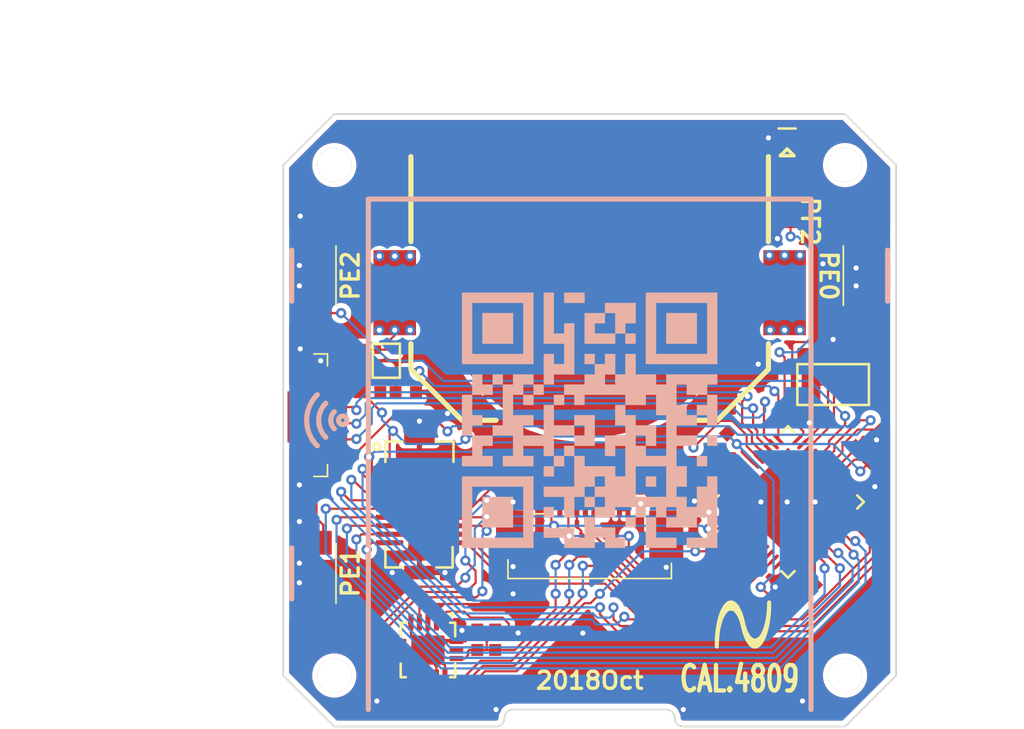
<source format=kicad_pcb>
(kicad_pcb (version 20171130) (host pcbnew "(5.0.1)-3")
  (title_block (title "ATmega4809 Timekeeping Module with MemoryLCD") (date 2018-10-31) (rev B) (company "Kent Nakazawa( https://github.com/kentN )"))
  (layers (0 F.Cu signal) (31 B.Cu signal) (34 B.Paste user hide) (35 F.Paste user hide) (36 B.SilkS user) (37 F.SilkS user) (38 B.Mask user hide) (39 F.Mask user hide) (44 Edge.Cuts user))
  (net 0 "")
  (net 1 +3.3V)
  (net 2 GND)
  (net 3 LCD_Power)
  (net 4 DISP)
  (net 5 TXD0)
  (net 6 RXD0)
  (net 7 TXD1)
  (net 8 RXD1)
  (net 9 CS1)
  (net 10 INT_A1)
  (net 11 INT_A2)
  (net 12 "Net-(D1-Pad1)")
  (net 13 MOSI)
  (net 14 CS2)
  (net 15 MISO)
  (net 16 ADXL_PWR)
  (net 17 "Net-(U1-Pad27)")
  (net 18 "Net-(P3-Pad3)")
  (net 19 "Net-(U2-Pad2)")
  (net 20 "Net-(U2-Pad15)")
  (net 21 "Net-(U1-Pad12)")
  (net 22 "Net-(U1-Pad13)")
  (net 23 "Net-(U1-Pad19)")
  (net 24 "Net-(U1-Pad25)")
  (net 25 "Net-(U1-Pad26)")
  (net 26 "Net-(U1-Pad33)")
  (net 27 "Net-(C5-Pad1)")
  (net 28 "Net-(C6-Pad1)")
  (net 29 SCK)
  (net 30 SCL)
  (net 31 SDA)
  (net 32 UPDI)
  (net 33 PC4)
  (net 34 PC5)
  (net 35 PC6)
  (net 36 PD0)
  (net 37 PD1)
  (net 38 PD2)
  (net 39 PD3)
  (net 40 PD4)
  (net 41 PE0)
  (net 42 PE1)
  (net 43 PE2)
  (net 44 AN13)
  (net 45 "Net-(D2-Pad1)")
  (net 46 TXD2)
  (net 47 RXD2)
  (net 48 PF6)
  (net 49 /PF2)
  (net 50 "Net-(SW1-Pad3)")
  (net 51 "Net-(SW2-Pad2)")
  (net 52 "Net-(SW3-Pad1)")
  (module EIA:0402L (layer F.Cu) (at 190.45 57.6 180)
    (fp_text reference C6 hide)
    (fp_text value 10p)
    (pad 2 smd rect (at 0.6 0 180) (size 0.7 0.7) (layers F.Cu F.Paste F.Mask) (net 2 GND))
    (pad 1 smd rect (at -0.6 0 180) (size 0.7 0.7) (layers F.Cu F.Paste F.Mask) (net 28 "Net-(C6-Pad1)"))
  )
  (module Optic:GP2W0116YPS (layer F.Cu) (at 159.2 61.2 90)
    (fp_text reference U3 hide)
    (fp_text value GP2W0116YPS)
    (pad 6 smd rect (at -2.375 0.8 90) (size 0.6 1.5) (layers F.Cu F.Paste F.Mask) (net 1 +3.3V))
    (pad 5 smd rect (at -1.425 0.8 90) (size 0.6 1.5) (layers F.Cu F.Paste F.Mask) (net 46 TXD2))
    (pad 4 smd rect (at -0.475 0.8 90) (size 0.6 1.5) (layers F.Cu F.Paste F.Mask) (net 47 RXD2))
    (pad 3 smd rect (at 0.475 0.8 90) (size 0.6 1.5) (layers F.Cu F.Paste F.Mask) (net 48 PF6))
    (pad 2 smd rect (at 1.425 0.8 90) (size 0.6 1.5) (layers F.Cu F.Paste F.Mask) (net 2 GND))
    (pad 1 smd rect (at 2.375 0.8 90) (size 0.6 1.5) (layers F.Cu F.Paste F.Mask) (net 1 +3.3V))
    (pad 7 smd rect (at -0.1 -1.4 90) (size 3 1.1) (layers F.Cu F.Paste F.Mask) (net 2 GND))
  )
  (module CONN_FPC:52746-1071 (layer F.Cu) (at 175 67)
    (fp_text reference P1 hide)
    (fp_text value 52746-1071 hide)
    (pad 11 smd rect (at -4.5 1.2) (size 2 2.8) (layers F.Cu F.Paste F.Mask) (net 2 GND))
    (pad 12 smd rect (at 4.5 1.2) (size 2 2.8) (layers F.Cu F.Paste F.Mask) (net 2 GND))
    (pad 1 smd rect (at -2.25 -0.3) (size 0.3 1) (layers F.Cu F.Paste F.Mask) (net 29 SCK))
    (pad 10 smd rect (at 2.25 -0.3) (size 0.3 1) (layers F.Cu F.Paste F.Mask) (net 2 GND))
    (pad 9 smd rect (at 1.75 -0.3) (size 0.3 1) (layers F.Cu F.Paste F.Mask) (net 2 GND))
    (pad 8 smd rect (at 1.25 -0.3) (size 0.3 1) (layers F.Cu F.Paste F.Mask) (net 2 GND))
    (pad 7 smd rect (at 0.75 -0.3) (size 0.3 1) (layers F.Cu F.Paste F.Mask) (net 3 LCD_Power))
    (pad 2 smd rect (at -1.75 -0.3) (size 0.3 1) (layers F.Cu F.Paste F.Mask) (net 13 MOSI))
    (pad 3 smd rect (at -1.25 -0.3) (size 0.3 1) (layers F.Cu F.Paste F.Mask) (net 9 CS1))
    (pad 4 smd rect (at -0.75 -0.3) (size 0.3 1) (layers F.Cu F.Paste F.Mask) (net 2 GND))
    (pad 6 smd rect (at 0.25 -0.3) (size 0.3 1) (layers F.Cu F.Paste F.Mask) (net 3 LCD_Power))
    (pad 5 smd rect (at -0.25 -0.3) (size 0.3 1) (layers F.Cu F.Paste F.Mask) (net 4 DISP))
  )
  (module Drill:Drill_M2 (layer F.Cu) (at 190 46.5)
    (fp_text reference Drill_M2 hide)
    (fp_text value VAL** hide)
    (pad "" thru_hole circle (at 0 0) (size 2 2) (drill 2) (layers *.Cu *.Mask F.SilkS))
  )
  (module Drill:Drill_M2 (layer F.Cu) (at 190 76.5)
    (fp_text reference Drill_M2 hide)
    (fp_text value VAL** hide)
    (pad "" thru_hole circle (at 0 0) (size 2 2) (drill 2) (layers *.Cu *.Mask F.SilkS))
  )
  (module Drill:Drill_M2 (layer F.Cu) (at 160 76.5)
    (fp_text reference Drill_M2 hide)
    (fp_text value VAL** hide)
    (pad "" thru_hole circle (at 0 0) (size 2 2) (drill 2) (layers *.Cu *.Mask F.SilkS))
  )
  (module Drill:Drill_M2 (layer F.Cu) (at 160 46.5)
    (fp_text reference Drill_M2 hide)
    (fp_text value VAL** hide)
    (pad "" thru_hole circle (at 0 0) (size 2 2) (drill 2) (layers *.Cu *.Mask F.SilkS))
  )
  (module LOGO:N_LOGO_3mm (layer F.Cu) (at 184 73.5)
    (fp_text reference G*** hide)
    (fp_text value LOGO hide)
  )
  (module IC:LGA16_ADXL (layer F.Cu) (at 165.5 75 270)
    (fp_text reference U2 hide)
    (fp_text value ADXL362BCCZ hide)
    (pad 13 smd rect (at 1.625 -1 270) (size 0.95 0.3) (layers F.Cu F.Paste F.Mask) (net 2 GND))
    (pad 12 smd rect (at 1.625 -0.5 270) (size 0.95 0.3) (layers F.Cu F.Paste F.Mask) (net 2 GND))
    (pad 11 smd rect (at 1.625 0 270) (size 0.95 0.3) (layers F.Cu F.Paste F.Mask) (net 10 INT_A1))
    (pad 10 smd rect (at 1.625 0.5 270) (size 0.95 0.3) (layers F.Cu F.Paste F.Mask) (net 2 GND))
    (pad 9 smd rect (at 1.625 1 270) (size 0.95 0.3) (layers F.Cu F.Paste F.Mask) (net 11 INT_A2))
    (pad 1 smd rect (at -1.625 -1 270) (size 0.95 0.3) (layers F.Cu F.Paste F.Mask) (net 16 ADXL_PWR))
    (pad 2 smd rect (at -1.625 -0.5 270) (size 0.95 0.3) (layers F.Cu F.Paste F.Mask) (net 19 "Net-(U2-Pad2)"))
    (pad 3 smd rect (at -1.625 0 270) (size 0.95 0.3) (layers F.Cu F.Paste F.Mask) (net 2 GND))
    (pad 4 smd rect (at -1.625 0.5 270) (size 0.95 0.3) (layers F.Cu F.Paste F.Mask) (net 29 SCK))
    (pad 5 smd rect (at -1.625 1 270) (size 0.95 0.3) (layers F.Cu F.Paste F.Mask) (net 2 GND))
    (pad 14 smd rect (at 0.5 -1.675 270) (size 0.3 0.8) (layers F.Cu F.Paste F.Mask) (net 16 ADXL_PWR))
    (pad 15 smd rect (at 0 -1.675 270) (size 0.3 0.8) (layers F.Cu F.Paste F.Mask) (net 20 "Net-(U2-Pad15)"))
    (pad 16 smd rect (at -0.5 -1.675 270) (size 0.3 0.8) (layers F.Cu F.Paste F.Mask) (net 2 GND))
    (pad 6 smd rect (at -0.5 1.675 270) (size 0.3 0.8) (layers F.Cu F.Paste F.Mask) (net 13 MOSI))
    (pad 7 smd rect (at 0 1.675 270) (size 0.3 0.8) (layers F.Cu F.Paste F.Mask) (net 15 MISO))
    (pad 8 smd rect (at 0.5 1.675 270) (size 0.3 0.8) (layers F.Cu F.Paste F.Mask) (net 14 CS2))
  )
  (module "CONN_DF12:DF12_20(A)_metal" (layer F.Cu) (at 165 66.45)
    (fp_text reference P2 hide)
    (fp_text value "DF12#-20DS-0.5V(86)" hide)
    (pad 20 smd trapezoid (at 1.75 2.25 270) (size 0.3 1.6) (layers F.Cu F.Paste F.Mask) (net 8 RXD1))
    (pad 19 smd trapezoid (at -1.75 2.25 270) (size 0.3 1.6) (layers F.Cu F.Paste F.Mask) (net 33 PC4))
    (pad 18 smd trapezoid (at 1.75 1.75 270) (size 0.3 1.6) (layers F.Cu F.Paste F.Mask) (net 7 TXD1))
    (pad 17 smd trapezoid (at -1.75 1.75 270) (size 0.3 1.6) (layers F.Cu F.Paste F.Mask) (net 34 PC5))
    (pad 16 smd trapezoid (at 1.75 1.25 270) (size 0.3 1.6) (layers F.Cu F.Paste F.Mask) (net 29 SCK))
    (pad 15 smd trapezoid (at -1.75 1.25 270) (size 0.3 1.6) (layers F.Cu F.Paste F.Mask) (net 35 PC6))
    (pad 14 smd trapezoid (at 1.75 0.75 270) (size 0.3 1.6) (layers F.Cu F.Paste F.Mask) (net 15 MISO))
    (pad 13 smd trapezoid (at -1.75 0.75 270) (size 0.3 1.6) (layers F.Cu F.Paste F.Mask) (net 36 PD0))
    (pad 12 smd trapezoid (at 1.75 0.25 270) (size 0.3 1.6) (layers F.Cu F.Paste F.Mask) (net 13 MOSI))
    (pad 11 smd trapezoid (at -1.75 0.25 270) (size 0.3 1.6) (layers F.Cu F.Paste F.Mask) (net 37 PD1))
    (pad 10 smd trapezoid (at 1.75 -0.25 270) (size 0.3 1.6) (layers F.Cu F.Paste F.Mask) (net 30 SCL))
    (pad 9 smd trapezoid (at -1.75 -0.25 270) (size 0.3 1.6) (layers F.Cu F.Paste F.Mask) (net 38 PD2))
    (pad 8 smd trapezoid (at 1.75 -0.75 270) (size 0.3 1.6) (layers F.Cu F.Paste F.Mask) (net 31 SDA))
    (pad 7 smd trapezoid (at -1.75 -0.75 270) (size 0.3 1.6) (layers F.Cu F.Paste F.Mask) (net 39 PD3))
    (pad 6 smd trapezoid (at 1.75 -1.25 270) (size 0.3 1.6) (layers F.Cu F.Paste F.Mask) (net 6 RXD0))
    (pad 5 smd trapezoid (at -1.75 -1.25 270) (size 0.3 1.6) (layers F.Cu F.Paste F.Mask) (net 40 PD4))
    (pad 4 smd trapezoid (at 1.75 -1.75 270) (size 0.3 1.6) (layers F.Cu F.Paste F.Mask) (net 5 TXD0))
    (pad 3 smd trapezoid (at -1.75 -1.75 270) (size 0.3 1.6) (layers F.Cu F.Paste F.Mask) (net 32 UPDI))
    (pad 2 smd trapezoid (at 1.75 -2.25 270) (size 0.3 1.6) (layers F.Cu F.Paste F.Mask) (net 2 GND))
    (pad 1 smd trapezoid (at -1.75 -2.25 270) (size 0.3 1.6) (layers F.Cu F.Paste F.Mask) (net 1 +3.3V))
    (pad 22 smd trapezoid (at 0 4 270) (size 0.8 1.8) (layers F.Cu F.Paste F.Mask) (net 2 GND))
    (pad 21 smd trapezoid (at 0 -4 270) (size 0.8 1.8) (layers F.Cu F.Paste F.Mask) (net 2 GND))
  )
  (module HOLDER:HLD-001 (layer F.Cu) (at 175 54 180)
    (fp_text reference P3 hide)
    (fp_text value BAT_HLD_001 hide)
    (pad 1 smd circle (at 0 0 180) (size 17 17) (layers F.Cu F.Paste F.Mask) (net 2 GND))
    (pad 2 smd rect (at 11.45 0 180) (size 2.5 5) (layers F.Cu F.Paste F.Mask) (net 12 "Net-(D1-Pad1)"))
    (pad 3 smd rect (at -11.45 0 180) (size 2.5 5) (layers F.Cu F.Paste F.Mask) (net 18 "Net-(P3-Pad3)"))
  )
  (module DIODE:SOT-523 (layer F.Cu) (at 163.05 58 180)
    (fp_text reference D1 hide)
    (fp_text value BAS70T-05T-7-F hide)
    (pad 1 smd trapezoid (at -0.5 0.65 180) (size 0.4 0.5) (layers F.Cu F.Paste F.Mask) (net 12 "Net-(D1-Pad1)"))
    (pad 2 smd trapezoid (at 0.5 0.65 180) (size 0.4 0.5) (layers F.Cu F.Paste F.Mask) (net 12 "Net-(D1-Pad1)"))
    (pad 3 smd trapezoid (at 0 -0.65 180) (size 0.4 0.5) (layers F.Cu F.Paste F.Mask) (net 1 +3.3V))
  )
  (module EIA:0402L (layer F.Cu) (at 158.9 56.55 180)
    (fp_text reference C8 hide)
    (fp_text value 10u)
    (pad 1 smd rect (at -0.6 0 180) (size 0.7 0.7) (layers F.Cu F.Paste F.Mask) (net 1 +3.3V))
    (pad 2 smd rect (at 0.6 0 180) (size 0.7 0.7) (layers F.Cu F.Paste F.Mask) (net 2 GND))
  )
  (module EIA:0402L (layer F.Cu) (at 161.5 57.95 270)
    (fp_text reference R1 hide)
    (fp_text value 0)
    (pad 1 smd rect (at -0.6 0 270) (size 0.7 0.7) (layers F.Cu F.Paste F.Mask) (net 12 "Net-(D1-Pad1)"))
    (pad 2 smd rect (at 0.6 0 270) (size 0.7 0.7) (layers F.Cu F.Paste F.Mask) (net 1 +3.3V))
  )
  (module EIA:0402L (layer F.Cu) (at 162.1 59.85)
    (fp_text reference R2 hide)
    (fp_text value 1M)
    (pad 2 smd rect (at 0.6 0) (size 0.7 0.7) (layers F.Cu F.Paste F.Mask) (net 44 AN13))
    (pad 1 smd rect (at -0.6 0) (size 0.7 0.7) (layers F.Cu F.Paste F.Mask) (net 1 +3.3V))
  )
  (module EIA:0402L (layer F.Cu) (at 164.2 59.85)
    (fp_text reference R3 hide)
    (fp_text value 100k)
    (pad 1 smd rect (at -0.6 0) (size 0.7 0.7) (layers F.Cu F.Paste F.Mask) (net 44 AN13))
    (pad 2 smd rect (at 0.6 0) (size 0.7 0.7) (layers F.Cu F.Paste F.Mask) (net 2 GND))
  )
  (module EIA:0402L (layer F.Cu) (at 168.4 74.4 90)
    (fp_text reference C1 hide)
    (fp_text value 0.1u)
    (pad 1 smd rect (at -0.6 0 90) (size 0.7 0.7) (layers F.Cu F.Paste F.Mask) (net 16 ADXL_PWR))
    (pad 2 smd rect (at 0.6 0 90) (size 0.7 0.7) (layers F.Cu F.Paste F.Mask) (net 2 GND))
  )
  (module EIA:0402L (layer F.Cu) (at 169.45 74.4 90)
    (fp_text reference C9 hide)
    (fp_text value 0.01u)
    (pad 2 smd rect (at 0.6 0 90) (size 0.7 0.7) (layers F.Cu F.Paste F.Mask) (net 2 GND))
    (pad 1 smd rect (at -0.6 0 90) (size 0.7 0.7) (layers F.Cu F.Paste F.Mask) (net 16 ADXL_PWR))
  )
  (module EIA:0402L (layer F.Cu) (at 179.65 66)
    (fp_text reference C7 hide)
    (fp_text value 0.1u)
    (pad 1 smd rect (at -0.6 0) (size 0.7 0.7) (layers F.Cu F.Paste F.Mask) (net 3 LCD_Power))
    (pad 2 smd rect (at 0.6 0) (size 0.7 0.7) (layers F.Cu F.Paste F.Mask) (net 2 GND))
  )
  (module EIA:0402L (layer F.Cu) (at 188.15 57.6)
    (fp_text reference C5 hide)
    (fp_text value 10p)
    (pad 1 smd rect (at -0.6 0) (size 0.7 0.7) (layers F.Cu F.Paste F.Mask) (net 27 "Net-(C5-Pad1)"))
    (pad 2 smd rect (at 0.6 0) (size 0.7 0.7) (layers F.Cu F.Paste F.Mask) (net 2 GND))
  )
  (module EIA:0402L (layer F.Cu) (at 186.8 49.25 90)
    (fp_text reference R4 hide)
    (fp_text value 1k)
    (pad 1 smd rect (at -0.6 0 90) (size 0.7 0.7) (layers F.Cu F.Paste F.Mask) (net 49 /PF2))
    (pad 2 smd rect (at 0.6 0 90) (size 0.7 0.7) (layers F.Cu F.Paste F.Mask) (net 45 "Net-(D2-Pad1)"))
  )
  (module EIA:0402L (layer F.Cu) (at 187.8 71.6 45)
    (fp_text reference C4 hide)
    (fp_text value 0.1u)
    (pad 1 smd rect (at -0.6 0 45) (size 0.7 0.7) (layers F.Cu F.Paste F.Mask) (net 1 +3.3V))
    (pad 2 smd rect (at 0.6 0 45) (size 0.7 0.7) (layers F.Cu F.Paste F.Mask) (net 2 GND))
  )
  (module EIA:0402L (layer F.Cu) (at 191.05 63.5 135)
    (fp_text reference C3 hide)
    (fp_text value 0.1u)
    (pad 1 smd rect (at -0.6 0 135) (size 0.7 0.7) (layers F.Cu F.Paste F.Mask) (net 1 +3.3V))
    (pad 2 smd rect (at 0.6 0 135) (size 0.7 0.7) (layers F.Cu F.Paste F.Mask) (net 2 GND))
  )
  (module EIA:0402L (layer F.Cu) (at 182.65 62.7 225)
    (fp_text reference C2 hide)
    (fp_text value 0.1u)
    (pad 1 smd rect (at -0.6 0 225) (size 0.7 0.7) (layers F.Cu F.Paste F.Mask) (net 1 +3.3V))
    (pad 2 smd rect (at 0.6 0 225) (size 0.7 0.7) (layers F.Cu F.Paste F.Mask) (net 2 GND))
  )
  (module DIODE:D_0603 (layer F.Cu) (at 186.6 45.75 90)
    (fp_text reference D2 hide)
    (fp_text value LED)
    (pad 1 smd trapezoid (at -0.85 0 90) (size 0.8 1) (layers F.Cu F.Paste F.Mask) (net 45 "Net-(D2-Pad1)"))
    (pad 2 smd trapezoid (at 0.85 0 90) (size 0.8 1) (layers F.Cu F.Paste F.Mask) (net 2 GND))
  )
  (module IC:QFN-48_EP_6x6_0.4mm (layer F.Cu) (at 186.65 66.3 45)
    (fp_text reference U1 hide)
    (fp_text value ATmega4809-MFR)
    (pad 1 smd oval (at -3 -2.2 135) (size 0.2 0.8) (layers F.Cu F.Paste F.Mask) (net 15 MISO))
    (pad 2 smd oval (at -3 -1.8 135) (size 0.2 0.8) (layers F.Cu F.Paste F.Mask) (net 29 SCK))
    (pad 3 smd oval (at -3 -1.4 135) (size 0.2 0.8) (layers F.Cu F.Paste F.Mask) (net 14 CS2))
    (pad 4 smd oval (at -3 -1 135) (size 0.2 0.8) (layers F.Cu F.Paste F.Mask) (net 9 CS1))
    (pad 5 smd oval (at -3 -0.6 135) (size 0.2 0.8) (layers F.Cu F.Paste F.Mask) (net 3 LCD_Power))
    (pad 6 smd oval (at -3 -0.2 135) (size 0.2 0.8) (layers F.Cu F.Paste F.Mask) (net 4 DISP))
    (pad 7 smd oval (at -3 0.2 135) (size 0.2 0.8) (layers F.Cu F.Paste F.Mask) (net 16 ADXL_PWR))
    (pad 8 smd oval (at -3 0.6 135) (size 0.2 0.8) (layers F.Cu F.Paste F.Mask) (net 10 INT_A1))
    (pad 9 smd oval (at -3 1 135) (size 0.2 0.8) (layers F.Cu F.Paste F.Mask) (net 11 INT_A2))
    (pad 10 smd oval (at -3 1.4 135) (size 0.2 0.8) (layers F.Cu F.Paste F.Mask) (net 7 TXD1))
    (pad 11 smd oval (at -3 1.8 135) (size 0.2 0.8) (layers F.Cu F.Paste F.Mask) (net 8 RXD1))
    (pad 12 smd oval (at -3 2.2 135) (size 0.2 0.8) (layers F.Cu F.Paste F.Mask) (net 21 "Net-(U1-Pad12)"))
    (pad 13 smd oval (at -2.2 3 45) (size 0.2 0.8) (layers F.Cu F.Paste F.Mask) (net 22 "Net-(U1-Pad13)"))
    (pad 14 smd oval (at -1.8 3 45) (size 0.2 0.8) (layers F.Cu F.Paste F.Mask) (net 1 +3.3V))
    (pad 15 smd oval (at -1.4 3 45) (size 0.2 0.8) (layers F.Cu F.Paste F.Mask) (net 2 GND))
    (pad 16 smd oval (at -1 3 45) (size 0.2 0.8) (layers F.Cu F.Paste F.Mask) (net 33 PC4))
    (pad 17 smd oval (at -0.6 3 45) (size 0.2 0.8) (layers F.Cu F.Paste F.Mask) (net 34 PC5))
    (pad 18 smd oval (at -0.2 3 45) (size 0.2 0.8) (layers F.Cu F.Paste F.Mask) (net 35 PC6))
    (pad 19 smd oval (at 0.2 3 45) (size 0.2 0.8) (layers F.Cu F.Paste F.Mask) (net 23 "Net-(U1-Pad19)"))
    (pad 20 smd oval (at 0.6 3 45) (size 0.2 0.8) (layers F.Cu F.Paste F.Mask) (net 36 PD0))
    (pad 21 smd oval (at 1 3 45) (size 0.2 0.8) (layers F.Cu F.Paste F.Mask) (net 37 PD1))
    (pad 22 smd oval (at 1.4 3 45) (size 0.2 0.8) (layers F.Cu F.Paste F.Mask) (net 38 PD2))
    (pad 23 smd oval (at 1.8 3 45) (size 0.2 0.8) (layers F.Cu F.Paste F.Mask) (net 39 PD3))
    (pad 24 smd oval (at 2.2 3 45) (size 0.2 0.8) (layers F.Cu F.Paste F.Mask) (net 40 PD4))
    (pad 25 smd oval (at 3 2.2 135) (size 0.2 0.8) (layers F.Cu F.Paste F.Mask) (net 24 "Net-(U1-Pad25)"))
    (pad 26 smd oval (at 3 1.8 135) (size 0.2 0.8) (layers F.Cu F.Paste F.Mask) (net 25 "Net-(U1-Pad26)"))
    (pad 27 smd oval (at 3 1.4 135) (size 0.2 0.8) (layers F.Cu F.Paste F.Mask) (net 17 "Net-(U1-Pad27)"))
    (pad 28 smd oval (at 3 1 135) (size 0.2 0.8) (layers F.Cu F.Paste F.Mask) (net 1 +3.3V))
    (pad 29 smd oval (at 3 0.6 135) (size 0.2 0.8) (layers F.Cu F.Paste F.Mask) (net 2 GND))
    (pad 30 smd oval (at 3 0.2 135) (size 0.2 0.8) (layers F.Cu F.Paste F.Mask) (net 41 PE0))
    (pad 31 smd oval (at 3 -0.2 135) (size 0.2 0.8) (layers F.Cu F.Paste F.Mask) (net 42 PE1))
    (pad 32 smd oval (at 3 -0.6 135) (size 0.2 0.8) (layers F.Cu F.Paste F.Mask) (net 43 PE2))
    (pad 33 smd oval (at 3 -1 135) (size 0.2 0.8) (layers F.Cu F.Paste F.Mask) (net 26 "Net-(U1-Pad33)"))
    (pad 34 smd oval (at 3 -1.4 135) (size 0.2 0.8) (layers F.Cu F.Paste F.Mask) (net 28 "Net-(C6-Pad1)"))
    (pad 35 smd oval (at 3 -1.8 135) (size 0.2 0.8) (layers F.Cu F.Paste F.Mask) (net 27 "Net-(C5-Pad1)"))
    (pad 36 smd oval (at 3 -2.2 135) (size 0.2 0.8) (layers F.Cu F.Paste F.Mask) (net 49 /PF2))
    (pad 37 smd oval (at 2.2 -3 45) (size 0.2 0.8) (layers F.Cu F.Paste F.Mask) (net 44 AN13))
    (pad 38 smd oval (at 1.8 -3 45) (size 0.2 0.8) (layers F.Cu F.Paste F.Mask) (net 46 TXD2))
    (pad 39 smd oval (at 1.4 -3 45) (size 0.2 0.8) (layers F.Cu F.Paste F.Mask) (net 47 RXD2))
    (pad 40 smd oval (at 1 -3 45) (size 0.2 0.8) (layers F.Cu F.Paste F.Mask) (net 48 PF6))
    (pad 41 smd oval (at 0.6 -3 45) (size 0.2 0.8) (layers F.Cu F.Paste F.Mask) (net 32 UPDI))
    (pad 42 smd oval (at 0.2 -3 45) (size 0.2 0.8) (layers F.Cu F.Paste F.Mask) (net 1 +3.3V))
    (pad 43 smd oval (at -0.2 -3 45) (size 0.2 0.8) (layers F.Cu F.Paste F.Mask) (net 2 GND))
    (pad 44 smd oval (at -0.6 -3 45) (size 0.2 0.8) (layers F.Cu F.Paste F.Mask) (net 5 TXD0))
    (pad 45 smd oval (at -1 -3 45) (size 0.2 0.8) (layers F.Cu F.Paste F.Mask) (net 6 RXD0))
    (pad 46 smd oval (at -1.4 -3 45) (size 0.2 0.8) (layers F.Cu F.Paste F.Mask) (net 31 SDA))
    (pad 47 smd oval (at -1.8 -3 45) (size 0.2 0.8) (layers F.Cu F.Paste F.Mask) (net 30 SCL))
    (pad 48 smd oval (at -2.2 -3 45) (size 0.2 0.8) (layers F.Cu F.Paste F.Mask) (net 13 MOSI))
    (pad 49 smd rect (at -1.125 -1.125 45) (size 2.25 2.25) (layers F.Cu F.Paste F.Mask) (net 2 GND))
    (pad 49 smd rect (at -1.125 1.125 45) (size 2.25 2.25) (layers F.Cu F.Paste F.Mask) (net 2 GND))
    (pad 49 smd rect (at 1.125 -1.125 45) (size 2.25 2.25) (layers F.Cu F.Paste F.Mask) (net 2 GND))
    (pad 49 smd rect (at 1.125 1.125 45) (size 2.25 2.25) (layers F.Cu F.Paste F.Mask) (net 2 GND))
  )
  (module CRYSTAL:3215-2 (layer F.Cu) (at 189.3 59.4)
    (fp_text reference X1 hide)
    (fp_text value 32.768kHz)
    (pad 1 smd rect (at -1.3 0) (size 1.1 1.9) (layers F.Cu F.Paste F.Mask) (net 27 "Net-(C5-Pad1)"))
    (pad 2 smd rect (at 1.3 0) (size 1.1 1.9) (layers F.Cu F.Paste F.Mask) (net 28 "Net-(C6-Pad1)"))
  )
  (module Switch:EVQP7A (layer F.Cu) (at 158.65 53 90)
    (fp_text reference SW1 hide)
    (fp_text value EVQP7A)
    (pad 1 smd rect (at -1.8 -0.7 90) (size 1.4 1) (layers F.Cu F.Paste F.Mask) (net 2 GND))
    (pad 2 smd rect (at -1.8 0.7 90) (size 1.4 1) (layers F.Cu F.Paste F.Mask) (net 43 PE2))
    (pad 3 smd rect (at 1.8 0.7 90) (size 1.4 1) (layers F.Cu F.Paste F.Mask) (net 50 "Net-(SW1-Pad3)"))
    (pad 4 smd rect (at 1.8 -0.7 90) (size 1.4 1) (layers F.Cu F.Paste F.Mask) (net 2 GND))
  )
  (module Switch:EVQP7A (layer F.Cu) (at 158.65 70.5 90)
    (fp_text reference SW2 hide)
    (fp_text value EVQP7A)
    (pad 4 smd rect (at 1.8 -0.7 90) (size 1.4 1) (layers F.Cu F.Paste F.Mask) (net 2 GND))
    (pad 3 smd rect (at 1.8 0.7 90) (size 1.4 1) (layers F.Cu F.Paste F.Mask) (net 42 PE1))
    (pad 2 smd rect (at -1.8 0.7 90) (size 1.4 1) (layers F.Cu F.Paste F.Mask) (net 51 "Net-(SW2-Pad2)"))
    (pad 1 smd rect (at -1.8 -0.7 90) (size 1.4 1) (layers F.Cu F.Paste F.Mask) (net 2 GND))
  )
  (module Switch:EVQP7A (layer F.Cu) (at 191.35 53 270)
    (fp_text reference SW3 hide)
    (fp_text value EVQP7A)
    (pad 1 smd rect (at -1.8 -0.7 270) (size 1.4 1) (layers F.Cu F.Paste F.Mask) (net 52 "Net-(SW3-Pad1)"))
    (pad 2 smd rect (at -1.8 0.7 270) (size 1.4 1) (layers F.Cu F.Paste F.Mask) (net 2 GND))
    (pad 3 smd rect (at 1.8 0.7 270) (size 1.4 1) (layers F.Cu F.Paste F.Mask) (net 2 GND))
    (pad 4 smd rect (at 1.8 -0.7 270) (size 1.4 1) (layers F.Cu F.Paste F.Mask) (net 41 PE0))
  )
  (module LOGO:QR_CAL4809_0 (layer B.Cu) (at 175 61.5 270)
    (fp_text reference G*** hide)
    (fp_text value LOGO hide)
  )
  (gr_text 2018Oct (at 175 76.8) (layer F.SilkS) (effects (font (size 1 1) (thickness 0.2))))
  (gr_arc (start 160.5 61.499999) (end 159.000001 60) (angle -90) (layer B.SilkS) (width 0.3))
  (gr_arc (start 160.499999 61.499999) (end 159.5 60.5) (angle -90) (layer B.SilkS) (width 0.3))
  (gr_arc (start 160.5 61.500001) (end 160.000001 61.000002) (angle -90) (layer B.SilkS) (width 0.3))
  (gr_circle (center 160.5 61.5) (end 160.6 61.5) (layer B.SilkS) (width 0.3))
  (gr_text PF2 (at 187.95 49.8 270) (layer F.SilkS) (effects (font (size 1 1) (thickness 0.2))))
  (gr_text PE0 (at 189.05 53 270) (layer F.SilkS) (effects (font (size 1 1) (thickness 0.2))))
  (gr_text PE2 (at 160.95 53 90) (layer F.SilkS) (effects (font (size 1 1) (thickness 0.2))))
  (gr_text PE1 (at 160.95 70.45 90) (layer F.SilkS) (effects (font (size 1 1) (thickness 0.2))))
  (gr_arc (start 180.5 79) (end 180 79) (angle -90) (layer Edge.Cuts) (width 0.1))
  (gr_arc (start 179.5 79) (end 180 79) (angle -90) (layer Edge.Cuts) (width 0.1))
  (gr_arc (start 170.5 79) (end 170.5 78.5) (angle -90) (layer Edge.Cuts) (width 0.1))
  (gr_arc (start 169.5 79) (end 169.5 79.5) (angle -90) (layer Edge.Cuts) (width 0.1))
  (gr_line (start 192.5 51.5) (end 192.5 54.5) (angle 90) (layer B.SilkS) (width 0.3))
  (gr_line (start 157.5 69) (end 157.5 72) (angle 90) (layer B.SilkS) (width 0.3))
  (gr_line (start 157.5 51.5) (end 157.5 54.5) (angle 90) (layer B.SilkS) (width 0.3))
  (gr_text CAL.4809 (at 183.8 76.7) (layer F.SilkS) (effects (font (size 1.5 1) (thickness 0.25))))
  (gr_line (start 188 48.5) (end 162 48.5) (layer B.SilkS) (width 0.3))
  (gr_line (start 188 78.5) (end 188 48.5) (layer B.SilkS) (width 0.3))
  (gr_line (start 162 48.5) (end 162 78.5) (layer B.SilkS) (width 0.3))
  (gr_line (start 169.5 79.5) (end 160 79.5) (angle 90) (layer Edge.Cuts) (width 0.1))
  (gr_line (start 190 79.5) (end 180.5 79.5) (angle 90) (layer Edge.Cuts) (width 0.1))
  (gr_line (start 170.5 78.5) (end 179.5 78.5) (angle 90) (layer Edge.Cuts) (width 0.1))
  (gr_line (start 193 46.5) (end 193 76.5) (angle 90) (layer Edge.Cuts) (width 0.1))
  (gr_line (start 160 43.5) (end 190 43.5) (angle 90) (layer Edge.Cuts) (width 0.1))
  (gr_line (start 157 76.5) (end 157 46.5) (angle 90) (layer Edge.Cuts) (width 0.1))
  (gr_line (start 193 76.5) (end 190 79.5) (angle 90) (layer Edge.Cuts) (width 0.1))
  (gr_line (start 157 76.5) (end 160 79.5) (angle 90) (layer Edge.Cuts) (width 0.1))
  (gr_line (start 157 46.5) (end 160 43.5) (angle 90) (layer Edge.Cuts) (width 0.1))
  (gr_line (start 193 46.5) (end 190 43.5) (angle 90) (layer Edge.Cuts) (width 0.1))
  (segment (start 159.5 56.55) (end 159.5 57.35) (width 0.13) (layer F.Cu) (net 1))
  (segment (start 161.6 58.65) (end 161.5 58.55) (width 0.13) (layer F.Cu) (net 1))
  (segment (start 163.05 58.65) (end 161.6 58.65) (width 0.13) (layer F.Cu) (net 1))
  (segment (start 161.5 59.03) (end 161.5 59.85) (width 0.13) (layer F.Cu) (net 1))
  (segment (start 161.5 58.55) (end 161.5 59.03) (width 0.13) (layer F.Cu) (net 1))
  (via (at 183.63881 62.895776) (size 0.6) (drill 0.3) (layers F.Cu B.Cu) (net 1))
  (segment (start 183.63881 62.98881) (end 183.63881 62.895776) (width 0.13) (layer F.Cu) (net 1))
  (segment (start 183.074264 62.33123) (end 183.63881 62.895776) (width 0.13) (layer F.Cu) (net 1))
  (segment (start 183.074264 62.275736) (end 183.074264 62.33123) (width 0.13) (layer F.Cu) (net 1))
  (segment (start 160 57.6) (end 160 58.825) (width 0.13) (layer F.Cu) (net 1))
  (segment (start 159.5 57.35) (end 159.75 57.35) (width 0.13) (layer F.Cu) (net 1))
  (segment (start 159.75 57.35) (end 160 57.6) (width 0.13) (layer F.Cu) (net 1))
  (segment (start 160 56.55) (end 159.5 56.55) (width 0.13) (layer F.Cu) (net 1))
  (segment (start 161.5 58.1) (end 161.345001 57.945001) (width 0.13) (layer F.Cu) (net 1))
  (segment (start 161.5 58.55) (end 161.5 58.1) (width 0.13) (layer F.Cu) (net 1))
  (segment (start 161.345001 57.945001) (end 160.795001 57.945001) (width 0.13) (layer F.Cu) (net 1))
  (segment (start 160.795001 57.945001) (end 160.1 57.25) (width 0.13) (layer F.Cu) (net 1))
  (segment (start 160.1 57.25) (end 160.1 56.65) (width 0.13) (layer F.Cu) (net 1))
  (segment (start 160.1 56.65) (end 160 56.55) (width 0.13) (layer F.Cu) (net 1))
  (segment (start 158.95 57.35) (end 159.5 57.35) (width 0.13) (layer F.Cu) (net 1))
  (segment (start 159.12 63.575) (end 158.8 63.255) (width 0.13) (layer F.Cu) (net 1))
  (segment (start 160 63.575) (end 159.12 63.575) (width 0.13) (layer F.Cu) (net 1))
  (segment (start 158.8 63.255) (end 158.8 59.85) (width 0.13) (layer F.Cu) (net 1))
  (segment (start 158.8 59.85) (end 158.6 59.65) (width 0.13) (layer F.Cu) (net 1))
  (segment (start 158.6 59.65) (end 158.6 57.7) (width 0.13) (layer F.Cu) (net 1))
  (segment (start 158.6 57.7) (end 158.95 57.35) (width 0.13) (layer F.Cu) (net 1))
  (segment (start 183.938809 63.195775) (end 183.63881 62.895776) (width 0.13) (layer F.Cu) (net 1))
  (segment (start 183.938809 63.383732) (end 183.938809 63.195775) (width 0.13) (layer F.Cu) (net 1))
  (segment (start 184.670101 64.037258) (end 184.592335 64.037258) (width 0.13) (layer F.Cu) (net 1))
  (segment (start 184.592335 64.037258) (end 183.938809 63.383732) (width 0.13) (layer F.Cu) (net 1))
  (via (at 162.8 61.05) (size 0.6) (drill 0.3) (layers F.Cu B.Cu) (net 1))
  (segment (start 162.8 61.474264) (end 162.8 61.05) (width 0.13) (layer B.Cu) (net 1))
  (segment (start 161.6 59.85) (end 162.500001 60.750001) (width 0.13) (layer F.Cu) (net 1))
  (segment (start 162.500001 60.750001) (end 162.8 61.05) (width 0.13) (layer F.Cu) (net 1))
  (segment (start 161.5 59.85) (end 161.6 59.85) (width 0.13) (layer F.Cu) (net 1))
  (via (at 163.45 62.124264) (size 0.6) (drill 0.3) (layers F.Cu B.Cu) (net 1))
  (segment (start 163.25 62.324264) (end 163.45 62.124264) (width 0.13) (layer F.Cu) (net 1))
  (segment (start 163.25 64.2) (end 163.25 62.324264) (width 0.13) (layer F.Cu) (net 1))
  (segment (start 163.45 62.124264) (end 162.8 61.474264) (width 0.13) (layer B.Cu) (net 1))
  (segment (start 167.400001 62.895009) (end 167.7 62.59501) (width 0.13) (layer B.Cu) (net 1))
  (segment (start 183.63881 62.895776) (end 183.193034 62.45) (width 0.13) (layer B.Cu) (net 1))
  (segment (start 183.193034 62.45) (end 167.84501 62.45) (width 0.13) (layer B.Cu) (net 1))
  (segment (start 164.220745 62.895009) (end 167.400001 62.895009) (width 0.13) (layer B.Cu) (net 1))
  (segment (start 167.84501 62.45) (end 167.7 62.59501) (width 0.13) (layer B.Cu) (net 1))
  (via (at 167.7 62.59501) (size 0.6) (drill 0.3) (layers F.Cu B.Cu) (net 1))
  (segment (start 163.45 62.124264) (end 164.220745 62.895009) (width 0.13) (layer B.Cu) (net 1))
  (segment (start 191.15 63.6) (end 191.474264 63.924264) (width 0.13) (layer F.Cu) (net 1))
  (segment (start 190.942946 63.6) (end 191.15 63.6) (width 0.13) (layer F.Cu) (net 1))
  (segment (start 190.727225 63.815721) (end 190.942946 63.6) (width 0.13) (layer F.Cu) (net 1))
  (segment (start 189.478427 64.885786) (end 190.548492 63.815721) (width 0.13) (layer F.Cu) (net 1))
  (segment (start 190.548492 63.815721) (end 190.727225 63.815721) (width 0.13) (layer F.Cu) (net 1))
  (via (at 190.9 64.500004) (size 0.6) (drill 0.3) (layers F.Cu B.Cu) (net 1))
  (segment (start 183.63881 62.895776) (end 189.295772 62.895776) (width 0.13) (layer B.Cu) (net 1))
  (segment (start 191.474264 63.924264) (end 190.9 64.498528) (width 0.13) (layer F.Cu) (net 1))
  (segment (start 190.9 64.498528) (end 190.9 64.500004) (width 0.13) (layer F.Cu) (net 1))
  (segment (start 189.295772 62.895776) (end 190.9 64.500004) (width 0.13) (layer B.Cu) (net 1))
  (segment (start 187.057539 71.492461) (end 187.057539 71.706067) (width 0.13) (layer F.Cu) (net 1))
  (segment (start 187.057539 71.706067) (end 187.375736 72.024264) (width 0.13) (layer F.Cu) (net 1))
  (segment (start 187.852081 70.697919) (end 187.057539 71.492461) (width 0.13) (layer F.Cu) (net 1))
  (segment (start 187.852081 70.047666) (end 187.852081 70.697919) (width 0.13) (layer F.Cu) (net 1))
  (segment (start 187.498528 69.694113) (end 187.852081 70.047666) (width 0.13) (layer F.Cu) (net 1))
  (segment (start 187 72.4) (end 187.375736 72.024264) (width 0.13) (layer F.Cu) (net 1))
  (segment (start 186.499992 72.4) (end 187 72.4) (width 0.13) (layer F.Cu) (net 1))
  (via (at 185.05 71.3) (size 0.6) (drill 0.3) (layers F.Cu B.Cu) (net 1))
  (segment (start 186.499992 72.4) (end 186.15 72.4) (width 0.13) (layer F.Cu) (net 1))
  (segment (start 186.15 72.4) (end 185.05 71.3) (width 0.13) (layer F.Cu) (net 1))
  (segment (start 185.8 65.056966) (end 183.63881 62.895776) (width 0.13) (layer B.Cu) (net 1))
  (segment (start 185.05 71.3) (end 185.8 70.55) (width 0.13) (layer B.Cu) (net 1))
  (segment (start 185.8 70.55) (end 185.8 65.056966) (width 0.13) (layer B.Cu) (net 1))
  (segment (start 180 67.7) (end 179.5 68.2) (width 0.13) (layer F.Cu) (net 2))
  (segment (start 176.75 66.7) (end 176.75 67.45) (width 0.13) (layer F.Cu) (net 2))
  (segment (start 176.75 67.45) (end 176.8 67.5) (width 0.13) (layer F.Cu) (net 2))
  (segment (start 176.8 67.5) (end 177.3 67.5) (width 0.13) (layer F.Cu) (net 2))
  (segment (start 177.25 67.45) (end 177.25 66.7) (width 0.13) (layer F.Cu) (net 2))
  (segment (start 177.3 67.5) (end 177.25 67.45) (width 0.13) (layer F.Cu) (net 2))
  (segment (start 176.8 67.5) (end 176.4 67.5) (width 0.13) (layer F.Cu) (net 2))
  (segment (start 176.25 67.35) (end 176.25 66.7) (width 0.13) (layer F.Cu) (net 2))
  (segment (start 176.4 67.5) (end 176.25 67.35) (width 0.13) (layer F.Cu) (net 2))
  (segment (start 170.5 66.3) (end 170.5 68.2) (width 0.13) (layer F.Cu) (net 2))
  (via (at 170.5 66.3) (size 0.6) (drill 0.3) (layers F.Cu B.Cu) (net 2))
  (segment (start 166 75.9) (end 166 76.625) (width 0.13) (layer F.Cu) (net 2))
  (segment (start 166.3 74.5) (end 167.175 74.5) (width 0.13) (layer F.Cu) (net 2))
  (segment (start 166 75.8) (end 166.4 75.8) (width 0.13) (layer F.Cu) (net 2))
  (segment (start 166 75.9) (end 166 75.8) (width 0.13) (layer F.Cu) (net 2))
  (segment (start 166.5 75.9) (end 166.5 76.625) (width 0.13) (layer F.Cu) (net 2))
  (segment (start 166.4 75.8) (end 166.5 75.9) (width 0.13) (layer F.Cu) (net 2))
  (segment (start 165.5 73.375) (end 165.5 74.5) (width 0.13) (layer F.Cu) (net 2))
  (segment (start 165.5 74.5) (end 166.3 74.5) (width 0.13) (layer F.Cu) (net 2))
  (segment (start 166 74.5) (end 166.3 74.5) (width 0.13) (layer F.Cu) (net 2))
  (segment (start 166 75.8) (end 166 74.5) (width 0.13) (layer F.Cu) (net 2))
  (segment (start 164.5 73.375) (end 164.5 74.2) (width 0.13) (layer F.Cu) (net 2))
  (segment (start 164.8 74.5) (end 165.5 74.5) (width 0.13) (layer F.Cu) (net 2))
  (segment (start 164.5 74.2) (end 164.8 74.5) (width 0.13) (layer F.Cu) (net 2))
  (segment (start 165.22 75.8) (end 166 75.8) (width 0.13) (layer F.Cu) (net 2))
  (segment (start 165 76.625) (end 165 76.02) (width 0.13) (layer F.Cu) (net 2))
  (segment (start 165 76.02) (end 165.22 75.8) (width 0.13) (layer F.Cu) (net 2))
  (segment (start 186.6 68.774874) (end 186.6 66.3) (width 0.13) (layer F.Cu) (net 2))
  (via (at 186.6 66.3) (size 0.6) (drill 0.3) (layers F.Cu B.Cu) (net 2))
  (via (at 179.5 70.139911) (size 0.6) (drill 0.3) (layers F.Cu B.Cu) (net 2))
  (segment (start 179.5 68.2) (end 179.5 70.139911) (width 0.13) (layer F.Cu) (net 2))
  (segment (start 179.5 74) (end 179.5 70.139911) (width 0.13) (layer B.Cu) (net 2))
  (segment (start 179.489992 74.010008) (end 179.5 74) (width 0.13) (layer B.Cu) (net 2))
  (via (at 158 49.5) (size 0.6) (drill 0.3) (layers F.Cu B.Cu) (net 2))
  (segment (start 158.2 50) (end 158.5 50) (width 0.13) (layer F.Cu) (net 2))
  (segment (start 158 49.5) (end 158 49.8) (width 0.13) (layer F.Cu) (net 2))
  (segment (start 158 49.8) (end 158.2 50) (width 0.13) (layer F.Cu) (net 2))
  (segment (start 158.4 50) (end 158.5 50) (width 0.13) (layer F.Cu) (net 2))
  (via (at 169.5 78.5) (size 0.6) (drill 0.3) (layers F.Cu B.Cu) (net 2))
  (segment (start 169.5 78.5) (end 170 78) (width 0.13) (layer B.Cu) (net 2))
  (via (at 180.5 78.5) (size 0.6) (drill 0.3) (layers F.Cu B.Cu) (net 2))
  (segment (start 170 78) (end 180 78) (width 0.13) (layer B.Cu) (net 2))
  (segment (start 180 78) (end 180.5 78.5) (width 0.13) (layer B.Cu) (net 2))
  (segment (start 180.5 78.5) (end 187 78.5) (width 0.13) (layer F.Cu) (net 2))
  (via (at 187.5 78) (size 0.6) (drill 0.3) (layers F.Cu B.Cu) (net 2))
  (segment (start 187 78.5) (end 187.5 78) (width 0.13) (layer F.Cu) (net 2))
  (segment (start 178.2 68.2) (end 179.5 68.2) (width 0.13) (layer F.Cu) (net 2))
  (segment (start 177.3 67.5) (end 177.5 67.5) (width 0.13) (layer F.Cu) (net 2))
  (segment (start 177.5 67.5) (end 178.2 68.2) (width 0.13) (layer F.Cu) (net 2))
  (segment (start 170.5 66.3) (end 171.239989 65.560011) (width 0.13) (layer B.Cu) (net 2))
  (segment (start 182.860873 65.560011) (end 183.600862 66.3) (width 0.13) (layer B.Cu) (net 2))
  (via (at 157.95 65.3) (size 0.6) (drill 0.3) (layers F.Cu B.Cu) (net 2))
  (segment (start 158 58.5) (end 158 65.25) (width 0.13) (layer B.Cu) (net 2))
  (segment (start 158 65.25) (end 157.95 65.3) (width 0.13) (layer B.Cu) (net 2))
  (segment (start 158 58.5) (end 158 57.2) (width 0.13) (layer B.Cu) (net 2))
  (segment (start 158 57.2) (end 158 49.5) (width 0.13) (layer B.Cu) (net 2))
  (segment (start 157.95 65.3) (end 159.5 65.3) (width 0.13) (layer B.Cu) (net 2))
  (via (at 185.5 44.9) (size 0.6) (drill 0.3) (layers F.Cu B.Cu) (net 2))
  (segment (start 186.6 44.9) (end 185.5 44.9) (width 0.13) (layer F.Cu) (net 2))
  (via (at 159.2 58) (size 0.6) (drill 0.3) (layers F.Cu B.Cu) (net 2))
  (segment (start 159.266999 58.066999) (end 159.2 58) (width 0.13) (layer F.Cu) (net 2))
  (segment (start 159.004999 58.328999) (end 159.266999 58.066999) (width 0.13) (layer F.Cu) (net 2))
  (segment (start 159.004999 59.604999) (end 159.004999 58.328999) (width 0.13) (layer F.Cu) (net 2))
  (segment (start 159.2 59.8) (end 159.004999 59.604999) (width 0.13) (layer F.Cu) (net 2))
  (segment (start 160 59.775) (end 160 59.8) (width 0.13) (layer F.Cu) (net 2))
  (segment (start 160 59.8) (end 159.2 59.8) (width 0.13) (layer F.Cu) (net 2))
  (via (at 157.999994 57.300006) (size 0.6) (drill 0.3) (layers F.Cu B.Cu) (net 2))
  (segment (start 158 57.2) (end 158 57.3) (width 0.13) (layer B.Cu) (net 2))
  (segment (start 158 57.3) (end 157.999994 57.300006) (width 0.13) (layer B.Cu) (net 2))
  (segment (start 158.1 57.2) (end 157.999994 57.300006) (width 0.13) (layer F.Cu) (net 2))
  (segment (start 157.8 58.5) (end 157.8 61.3) (width 0.13) (layer F.Cu) (net 2))
  (segment (start 158 58.3) (end 157.8 58.5) (width 0.13) (layer F.Cu) (net 2))
  (segment (start 158 57.3) (end 158 58.3) (width 0.13) (layer F.Cu) (net 2))
  (segment (start 158.3 56.6) (end 158.3 57) (width 0.13) (layer F.Cu) (net 2))
  (segment (start 158.3 57) (end 158 57.3) (width 0.13) (layer F.Cu) (net 2))
  (segment (start 165.63 60.2) (end 166.4 60.2) (width 0.13) (layer F.Cu) (net 2))
  (segment (start 164.8 59.85) (end 165.28 59.85) (width 0.13) (layer F.Cu) (net 2))
  (segment (start 165.28 59.85) (end 165.63 60.2) (width 0.13) (layer F.Cu) (net 2))
  (segment (start 169.45 73.8) (end 168.4 73.8) (width 0.13) (layer F.Cu) (net 2))
  (segment (start 171.239989 65.560011) (end 181.15 65.560011) (width 0.13) (layer B.Cu) (net 2))
  (segment (start 181.15 65.560011) (end 182.860873 65.560011) (width 0.13) (layer B.Cu) (net 2))
  (segment (start 190.943933 62.757539) (end 191.792461 62.757539) (width 0.13) (layer F.Cu) (net 2))
  (segment (start 190.625736 63.075736) (end 190.943933 62.757539) (width 0.13) (layer F.Cu) (net 2))
  (via (at 191.85 62.65) (size 0.6) (drill 0.3) (layers F.Cu B.Cu) (net 2))
  (segment (start 191.792461 62.757539) (end 191.85 62.7) (width 0.13) (layer F.Cu) (net 2))
  (segment (start 191.85 62.7) (end 191.85 62.65) (width 0.13) (layer F.Cu) (net 2))
  (segment (start 191.85 62.65) (end 192.3 62.65) (width 0.13) (layer B.Cu) (net 2))
  (segment (start 179.5 66.6) (end 179.5 68.2) (width 0.13) (layer F.Cu) (net 2))
  (segment (start 179.55 66.55) (end 179.5 66.6) (width 0.13) (layer F.Cu) (net 2))
  (segment (start 180.18 66.55) (end 179.55 66.55) (width 0.13) (layer F.Cu) (net 2))
  (segment (start 180.25 66) (end 180.25 66.48) (width 0.13) (layer F.Cu) (net 2))
  (segment (start 180.25 66.48) (end 180.18 66.55) (width 0.13) (layer F.Cu) (net 2))
  (segment (start 175 63.05) (end 175 62.7) (width 0.5) (layer F.Cu) (net 2))
  (segment (start 174.8 63.25) (end 175 63.05) (width 0.13) (layer F.Cu) (net 2))
  (segment (start 169.5 63.25) (end 174.8 63.25) (width 0.13) (layer F.Cu) (net 2))
  (segment (start 166.4 60.2) (end 166.45 60.2) (width 0.13) (layer F.Cu) (net 2))
  (segment (start 175 62.7) (end 175 54) (width 0.5) (layer F.Cu) (net 2))
  (segment (start 175.2 44.9) (end 185.5 44.9) (width 0.13) (layer F.Cu) (net 2))
  (segment (start 175 54) (end 175 45.1) (width 0.5) (layer F.Cu) (net 2))
  (segment (start 175 45.1) (end 175.2 44.9) (width 0.13) (layer F.Cu) (net 2))
  (via (at 184.9 58.2) (size 0.6) (drill 0.3) (layers F.Cu B.Cu) (net 2))
  (via (at 188.7 52.3) (size 0.6) (drill 0.3) (layers F.Cu B.Cu) (net 2))
  (segment (start 186.367157 66.3) (end 186.6 66.3) (width 0.13) (layer F.Cu) (net 2))
  (segment (start 183.509618 63.442461) (end 186.367157 66.3) (width 0.13) (layer F.Cu) (net 2))
  (segment (start 182.225736 63.124264) (end 182.543933 63.442461) (width 0.13) (layer F.Cu) (net 2))
  (segment (start 182.543933 63.442461) (end 183.509618 63.442461) (width 0.13) (layer F.Cu) (net 2))
  (segment (start 187.498528 66.3) (end 186.6 66.3) (width 0.13) (layer F.Cu) (net 2))
  (segment (start 190.363605 63.329289) (end 190.363605 63.434923) (width 0.13) (layer F.Cu) (net 2))
  (segment (start 190.625736 63.075736) (end 190.372183 63.329289) (width 0.13) (layer F.Cu) (net 2))
  (segment (start 190.372183 63.329289) (end 190.363605 63.329289) (width 0.13) (layer F.Cu) (net 2))
  (segment (start 186.65 68.3) (end 186.65 67.89099) (width 0.13) (layer F.Cu) (net 2))
  (segment (start 187.781371 69.41127) (end 187.76127 69.41127) (width 0.13) (layer F.Cu) (net 2))
  (segment (start 187.76127 69.41127) (end 186.65 68.3) (width 0.13) (layer F.Cu) (net 2))
  (segment (start 185.05901 66.3) (end 186.65 64.70901) (width 0.13) (layer F.Cu) (net 2))
  (segment (start 186.65 64.70901) (end 186.6 64.75901) (width 0.13) (layer F.Cu) (net 2))
  (segment (start 186.6 70.6) (end 186.6 66.3) (width 0.13) (layer B.Cu) (net 2))
  (segment (start 179.489992 74.010008) (end 183.189992 74.010008) (width 0.13) (layer B.Cu) (net 2))
  (via (at 189.3 56.75003) (size 0.6) (drill 0.3) (layers F.Cu B.Cu) (net 2))
  (segment (start 189.599999 57.050029) (end 189.3 56.75003) (width 0.13) (layer B.Cu) (net 2))
  (segment (start 189.299942 56.75003) (end 189.3 56.75003) (width 0.13) (layer B.Cu) (net 2))
  (segment (start 188.7 52.3) (end 189.3 52.9) (width 0.13) (layer F.Cu) (net 2))
  (segment (start 189.3 56.325766) (end 189.3 56.75003) (width 0.13) (layer F.Cu) (net 2))
  (segment (start 192.3 59.75003) (end 189.599999 57.050029) (width 0.13) (layer B.Cu) (net 2))
  (segment (start 189.3 57.6) (end 189.85 57.6) (width 0.13) (layer F.Cu) (net 2))
  (segment (start 188.75 57.6) (end 189.3 57.6) (width 0.13) (layer F.Cu) (net 2))
  (via (at 170.5 71.699994) (size 0.6) (drill 0.3) (layers F.Cu B.Cu) (net 2))
  (segment (start 163.4 78.5) (end 169.5 78.5) (width 0.13) (layer F.Cu) (net 2))
  (segment (start 159.5 65.85) (end 159.5 65.3) (width 0.13) (layer B.Cu) (net 2))
  (via (at 167.5 73.85) (size 0.6) (drill 0.3) (layers F.Cu B.Cu) (net 2))
  (segment (start 167.55 73.8) (end 167.5 73.85) (width 0.13) (layer F.Cu) (net 2))
  (segment (start 168.4 73.8) (end 167.55 73.8) (width 0.13) (layer F.Cu) (net 2))
  (segment (start 167.660008 74.010008) (end 167.5 73.85) (width 0.13) (layer B.Cu) (net 2))
  (segment (start 167.705 74.5) (end 167.85 74.355) (width 0.13) (layer F.Cu) (net 2))
  (segment (start 167.175 74.5) (end 167.705 74.5) (width 0.13) (layer F.Cu) (net 2))
  (segment (start 167.85 74.2) (end 167.5 73.85) (width 0.13) (layer F.Cu) (net 2))
  (segment (start 167.85 74.355) (end 167.85 74.2) (width 0.13) (layer F.Cu) (net 2))
  (segment (start 170.5 71.699994) (end 170.799999 71.999993) (width 0.13) (layer F.Cu) (net 2))
  (via (at 170.799999 73.999999) (size 0.6) (drill 0.3) (layers F.Cu B.Cu) (net 2))
  (segment (start 165 70.45) (end 163.4 70.45) (width 0.13) (layer F.Cu) (net 2))
  (via (at 163.4 70.45) (size 0.6) (drill 0.3) (layers F.Cu B.Cu) (net 2))
  (segment (start 163.4 70.45) (end 163.75 70.1) (width 0.13) (layer B.Cu) (net 2))
  (segment (start 167.5 73.85) (end 163.75 70.1) (width 0.13) (layer B.Cu) (net 2))
  (segment (start 163.75 70.1) (end 159.5 65.85) (width 0.13) (layer B.Cu) (net 2))
  (segment (start 165.55 59.35) (end 166.4 60.2) (width 0.13) (layer F.Cu) (net 2))
  (segment (start 165.55 50.75) (end 165.55 59.35) (width 0.13) (layer F.Cu) (net 2))
  (segment (start 158.5 50) (end 164.8 50) (width 0.13) (layer F.Cu) (net 2))
  (segment (start 164.8 50) (end 165.55 50.75) (width 0.13) (layer F.Cu) (net 2))
  (segment (start 181.840044 63.659956) (end 182.375736 63.124264) (width 0.13) (layer F.Cu) (net 2))
  (segment (start 168.240044 63.659956) (end 181.840044 63.659956) (width 0.13) (layer F.Cu) (net 2))
  (via (at 165 61.55) (size 0.6) (drill 0.3) (layers F.Cu B.Cu) (net 2))
  (segment (start 165 62.45) (end 165 61.55) (width 0.13) (layer F.Cu) (net 2))
  (via (at 166.65 61.1) (size 0.6) (drill 0.3) (layers F.Cu B.Cu) (net 2))
  (segment (start 165 61.55) (end 166.2 61.55) (width 0.13) (layer B.Cu) (net 2))
  (segment (start 166.2 61.55) (end 166.65 61.1) (width 0.13) (layer B.Cu) (net 2))
  (segment (start 167.049999 60.800001) (end 167.05 60.8) (width 0.13) (layer F.Cu) (net 2))
  (segment (start 166.949999 60.800001) (end 167.049999 60.800001) (width 0.13) (layer F.Cu) (net 2))
  (segment (start 166.65 61.1) (end 166.949999 60.800001) (width 0.13) (layer F.Cu) (net 2))
  (segment (start 166.45 60.2) (end 167.05 60.8) (width 0.13) (layer F.Cu) (net 2))
  (segment (start 167.05 60.8) (end 169.5 63.25) (width 0.13) (layer F.Cu) (net 2))
  (segment (start 165 63.3) (end 165 62.45) (width 0.13) (layer F.Cu) (net 2))
  (segment (start 165.35499 63.65499) (end 165 63.3) (width 0.13) (layer F.Cu) (net 2))
  (segment (start 166.395034 63.65499) (end 165.35499 63.65499) (width 0.13) (layer F.Cu) (net 2))
  (segment (start 166.4 63.659956) (end 166.395034 63.65499) (width 0.13) (layer F.Cu) (net 2))
  (via (at 166.5 70.45) (size 0.6) (drill 0.3) (layers F.Cu B.Cu) (net 2))
  (segment (start 165 70.45) (end 166.5 70.45) (width 0.13) (layer F.Cu) (net 2))
  (segment (start 170.099994 72.1) (end 170.5 71.699994) (width 0.13) (layer B.Cu) (net 2))
  (segment (start 166.5 70.45) (end 168.15 72.1) (width 0.13) (layer B.Cu) (net 2))
  (segment (start 168.15 72.1) (end 170.099994 72.1) (width 0.13) (layer B.Cu) (net 2))
  (via (at 170.5 70.1) (size 0.6) (drill 0.3) (layers F.Cu B.Cu) (net 2))
  (segment (start 170.5 71.699994) (end 170.5 70.1) (width 0.13) (layer B.Cu) (net 2))
  (segment (start 170.5 68.2) (end 170.5 70.1) (width 0.13) (layer F.Cu) (net 2))
  (via (at 187.9 61.65) (size 0.6) (drill 0.3) (layers F.Cu B.Cu) (net 2))
  (via (at 186.02939 50.82074) (size 0.6) (drill 0.3) (layers F.Cu B.Cu) (net 2))
  (segment (start 185.5 44.9) (end 185.5 50.29135) (width 0.13) (layer B.Cu) (net 2))
  (segment (start 185.729391 50.520741) (end 186.02939 50.82074) (width 0.13) (layer B.Cu) (net 2))
  (segment (start 185.5 50.29135) (end 185.729391 50.520741) (width 0.13) (layer B.Cu) (net 2))
  (segment (start 187.85003 58.2) (end 189.3 56.75003) (width 0.13) (layer B.Cu) (net 2))
  (segment (start 184.9 58.2) (end 187.85003 58.2) (width 0.13) (layer B.Cu) (net 2))
  (segment (start 157.95 51.2) (end 157.95 52.03) (width 0.13) (layer F.Cu) (net 2))
  (segment (start 157.95 49.55) (end 158 49.5) (width 0.13) (layer F.Cu) (net 2))
  (segment (start 157.95 51.2) (end 157.95 49.55) (width 0.13) (layer F.Cu) (net 2))
  (segment (start 157.95 65.3) (end 157.95 67.45) (width 0.13) (layer F.Cu) (net 2))
  (via (at 157.95 67.45) (size 0.6) (drill 0.3) (layers F.Cu B.Cu) (net 2))
  (segment (start 157.95 67.45) (end 157.95 68.7) (width 0.13) (layer F.Cu) (net 2))
  (segment (start 189.3 49.95) (end 189.3 52.9) (width 0.13) (layer F.Cu) (net 2))
  (segment (start 189.3 49.7) (end 189.3 49.95) (width 0.13) (layer F.Cu) (net 2))
  (segment (start 187.6 48) (end 189.3 49.7) (width 0.13) (layer F.Cu) (net 2))
  (segment (start 187.6 45.2) (end 187.6 48) (width 0.13) (layer F.Cu) (net 2))
  (segment (start 186.6 44.9) (end 187.3 44.9) (width 0.13) (layer F.Cu) (net 2))
  (segment (start 187.3 44.9) (end 187.6 45.2) (width 0.13) (layer F.Cu) (net 2))
  (segment (start 190.02 54.8) (end 189.3 54.8) (width 0.13) (layer F.Cu) (net 2))
  (segment (start 190.65 54.8) (end 190.02 54.8) (width 0.13) (layer F.Cu) (net 2))
  (segment (start 189.3 52.9) (end 189.3 54.8) (width 0.13) (layer F.Cu) (net 2))
  (segment (start 189.3 54.8) (end 189.3 56.325766) (width 0.13) (layer F.Cu) (net 2))
  (segment (start 190.65 51.2) (end 190.65 52.03) (width 0.13) (layer F.Cu) (net 2))
  (segment (start 189.98 49.7) (end 189.3 49.7) (width 0.13) (layer F.Cu) (net 2))
  (segment (start 190.65 51.2) (end 190.65 50.37) (width 0.13) (layer F.Cu) (net 2))
  (segment (start 190.65 50.37) (end 189.98 49.7) (width 0.13) (layer F.Cu) (net 2))
  (via (at 190.65 52.55) (size 0.6) (drill 0.3) (layers F.Cu B.Cu) (net 2))
  (segment (start 190.65 52.35) (end 190.65 52.55) (width 0.13) (layer F.Cu) (net 2))
  (segment (start 190.65 52.03) (end 190.65 52.35) (width 0.13) (layer F.Cu) (net 2))
  (via (at 190.65 53.6) (size 0.6) (drill 0.3) (layers F.Cu B.Cu) (net 2))
  (segment (start 190.65 53.75) (end 190.65 53.6) (width 0.13) (layer F.Cu) (net 2))
  (segment (start 190.65 53.75) (end 190.65 54.8) (width 0.13) (layer F.Cu) (net 2))
  (segment (start 190.65 52.35) (end 190.65 53.75) (width 0.13) (layer F.Cu) (net 2))
  (via (at 157.95 52.4) (size 0.6) (drill 0.3) (layers F.Cu B.Cu) (net 2))
  (segment (start 157.95 52.45) (end 157.95 52.4) (width 0.13) (layer F.Cu) (net 2))
  (segment (start 157.95 52.03) (end 157.95 52.45) (width 0.13) (layer F.Cu) (net 2))
  (via (at 157.95 53.6) (size 0.6) (drill 0.3) (layers F.Cu B.Cu) (net 2))
  (segment (start 157.95 53.7) (end 157.95 53.6) (width 0.13) (layer F.Cu) (net 2))
  (segment (start 157.95 53.7) (end 157.95 54.8) (width 0.13) (layer F.Cu) (net 2))
  (via (at 157.95 69.9) (size 0.6) (drill 0.3) (layers F.Cu B.Cu) (net 2))
  (segment (start 157.95 69.7) (end 157.95 69.9) (width 0.13) (layer F.Cu) (net 2))
  (segment (start 157.95 69.7) (end 157.95 68.7) (width 0.13) (layer F.Cu) (net 2))
  (via (at 157.95 71.05) (size 0.6) (drill 0.3) (layers F.Cu B.Cu) (net 2))
  (segment (start 157.95 71.3) (end 157.95 71.05) (width 0.13) (layer F.Cu) (net 2))
  (segment (start 157.95 71.3) (end 157.95 69.7) (width 0.13) (layer F.Cu) (net 2))
  (segment (start 157.95 72.3) (end 157.95 71.3) (width 0.13) (layer F.Cu) (net 2))
  (segment (start 187.9 61.65) (end 187.95 61.65) (width 0.13) (layer B.Cu) (net 2))
  (segment (start 187.95 61.65) (end 188.15 61.85) (width 0.13) (layer B.Cu) (net 2))
  (segment (start 188.15 61.85) (end 190.2 61.85) (width 0.13) (layer B.Cu) (net 2))
  (segment (start 191.35 60.7) (end 192.3 60.7) (width 0.13) (layer B.Cu) (net 2))
  (segment (start 190.2 61.85) (end 191.35 60.7) (width 0.13) (layer B.Cu) (net 2))
  (segment (start 192.3 62.65) (end 192.3 60.7) (width 0.13) (layer B.Cu) (net 2))
  (segment (start 192.3 60.7) (end 192.3 59.75003) (width 0.13) (layer B.Cu) (net 2))
  (segment (start 187.7 61.85) (end 187.9 61.65) (width 0.13) (layer B.Cu) (net 2))
  (segment (start 183.95 61.85) (end 187.7 61.85) (width 0.13) (layer B.Cu) (net 2))
  (segment (start 183.1 61) (end 183.95 61.85) (width 0.13) (layer B.Cu) (net 2))
  (segment (start 167.174264 61) (end 183.1 61) (width 0.13) (layer B.Cu) (net 2))
  (segment (start 166.65 61.1) (end 167.074264 61.1) (width 0.13) (layer B.Cu) (net 2))
  (segment (start 167.074264 61.1) (end 167.174264 61) (width 0.13) (layer B.Cu) (net 2))
  (segment (start 181.15 65.560011) (end 181.150458 65.560469) (width 0.13) (layer B.Cu) (net 2))
  (via (at 181.150458 66.246471) (size 0.6) (drill 0.3) (layers F.Cu B.Cu) (net 2))
  (segment (start 180.25 66) (end 180.903987 66) (width 0.13) (layer F.Cu) (net 2))
  (segment (start 180.903987 66) (end 181.150458 66.246471) (width 0.13) (layer F.Cu) (net 2))
  (segment (start 181.150458 65.560469) (end 181.150458 65.822207) (width 0.13) (layer B.Cu) (net 2))
  (segment (start 181.150458 65.822207) (end 181.150458 66.246471) (width 0.13) (layer B.Cu) (net 2))
  (segment (start 190.3 63.498528) (end 187.498528 66.3) (width 0.13) (layer F.Cu) (net 2))
  (segment (start 190.363605 63.434923) (end 190.3 63.498528) (width 0.13) (layer F.Cu) (net 2))
  (segment (start 192.3 65.9) (end 192.3 65.4) (width 0.13) (layer B.Cu) (net 2))
  (segment (start 192.3 67.1) (end 192.3 65.9) (width 0.13) (layer B.Cu) (net 2))
  (segment (start 191.8 67.6) (end 192.3 67.1) (width 0.13) (layer B.Cu) (net 2))
  (segment (start 191.8 71.2) (end 191.8 67.6) (width 0.13) (layer B.Cu) (net 2))
  (segment (start 187.5 78) (end 187.5 75.5) (width 0.13) (layer B.Cu) (net 2))
  (segment (start 187.5 75.5) (end 191.8 71.2) (width 0.13) (layer B.Cu) (net 2))
  (segment (start 192.3 64.2) (end 192.3 62.65) (width 0.13) (layer B.Cu) (net 2))
  (segment (start 192.3 65.4) (end 192.3 64.2) (width 0.13) (layer B.Cu) (net 2))
  (segment (start 188.224264 69.854163) (end 188.224264 71.175736) (width 0.13) (layer F.Cu) (net 2))
  (segment (start 187.781371 69.41127) (end 188.224264 69.854163) (width 0.13) (layer F.Cu) (net 2))
  (via (at 185.9 71.3) (size 0.6) (drill 0.3) (layers F.Cu B.Cu) (net 2))
  (segment (start 185.9 71.3) (end 186.6 70.6) (width 0.13) (layer B.Cu) (net 2))
  (segment (start 183.189992 74.010008) (end 185.9 71.3) (width 0.13) (layer B.Cu) (net 2))
  (segment (start 189.15003 56.9) (end 189.3 56.75003) (width 0.13) (layer F.Cu) (net 2))
  (segment (start 187.9 61.225736) (end 187 60.325736) (width 0.13) (layer F.Cu) (net 2))
  (segment (start 187.9 61.65) (end 187.9 61.225736) (width 0.13) (layer F.Cu) (net 2))
  (segment (start 187 60.325736) (end 187 58.3) (width 0.13) (layer F.Cu) (net 2))
  (segment (start 187 58.3) (end 186.9 58.2) (width 0.13) (layer F.Cu) (net 2))
  (segment (start 186.95 56.9) (end 189.15003 56.9) (width 0.13) (layer F.Cu) (net 2))
  (segment (start 186.9 58.2) (end 186.9 56.95) (width 0.13) (layer F.Cu) (net 2))
  (segment (start 186.9 56.95) (end 186.95 56.9) (width 0.13) (layer F.Cu) (net 2))
  (segment (start 157.95 52.45) (end 157.95 53) (width 0.13) (layer F.Cu) (net 2))
  (segment (start 157.95 53) (end 157.95 53.7) (width 0.13) (layer F.Cu) (net 2))
  (segment (start 157.699995 57.000007) (end 157.699995 56.000005) (width 0.13) (layer F.Cu) (net 2))
  (segment (start 157.999994 57.300006) (end 157.699995 57.000007) (width 0.13) (layer F.Cu) (net 2))
  (segment (start 161.4 53.5) (end 160.9 53) (width 0.13) (layer F.Cu) (net 2))
  (segment (start 157.699995 56.000005) (end 157.8 55.9) (width 0.13) (layer F.Cu) (net 2))
  (segment (start 160.9 55.9) (end 161.4 55.4) (width 0.13) (layer F.Cu) (net 2))
  (segment (start 160.9 53) (end 157.95 53) (width 0.13) (layer F.Cu) (net 2))
  (segment (start 161.4 55.4) (end 161.4 53.5) (width 0.13) (layer F.Cu) (net 2))
  (segment (start 157.95 55.85) (end 158 55.9) (width 0.13) (layer F.Cu) (net 2))
  (segment (start 157.95 54.8) (end 157.95 55.85) (width 0.13) (layer F.Cu) (net 2))
  (segment (start 157.8 55.9) (end 158 55.9) (width 0.13) (layer F.Cu) (net 2))
  (segment (start 158 55.9) (end 160.9 55.9) (width 0.13) (layer F.Cu) (net 2))
  (segment (start 165.9 72.3) (end 170.799999 72.3) (width 0.13) (layer F.Cu) (net 2))
  (segment (start 165.5 72.7) (end 165.9 72.3) (width 0.13) (layer F.Cu) (net 2))
  (segment (start 165.5 73.375) (end 165.5 72.7) (width 0.13) (layer F.Cu) (net 2))
  (segment (start 170.799999 71.999993) (end 170.799999 72.3) (width 0.13) (layer F.Cu) (net 2))
  (segment (start 170.799999 72.3) (end 170.799999 73.999999) (width 0.13) (layer F.Cu) (net 2))
  (via (at 162.5 78) (size 0.6) (drill 0.3) (layers F.Cu B.Cu) (net 2))
  (segment (start 163.4 78.5) (end 163 78.5) (width 0.13) (layer F.Cu) (net 2))
  (segment (start 163 78.5) (end 162.5 78) (width 0.13) (layer F.Cu) (net 2))
  (segment (start 162.5 75.3) (end 162.5 78) (width 0.13) (layer B.Cu) (net 2))
  (segment (start 160.85 73.65) (end 162.5 75.3) (width 0.13) (layer B.Cu) (net 2))
  (segment (start 158.4 73.65) (end 160.85 73.65) (width 0.13) (layer B.Cu) (net 2))
  (segment (start 157.95 71.05) (end 157.95 73.2) (width 0.13) (layer B.Cu) (net 2))
  (segment (start 157.95 73.2) (end 158.4 73.65) (width 0.13) (layer B.Cu) (net 2))
  (via (at 174.6 74.010008) (size 0.6) (drill 0.3) (layers F.Cu B.Cu) (net 2))
  (segment (start 174.6 74.010008) (end 167.660008 74.010008) (width 0.13) (layer B.Cu) (net 2))
  (segment (start 179.489992 74.010008) (end 174.6 74.010008) (width 0.13) (layer B.Cu) (net 2))
  (segment (start 168.140044 63.659956) (end 168.240044 63.659956) (width 0.13) (layer F.Cu) (net 2))
  (segment (start 168.240044 63.659956) (end 167.75 63.659956) (width 0.13) (layer F.Cu) (net 2))
  (segment (start 167.75 63.659956) (end 166.4 63.659956) (width 0.13) (layer F.Cu) (net 2))
  (segment (start 167.85 63.759956) (end 167.75 63.659956) (width 0.13) (layer F.Cu) (net 2))
  (segment (start 167.85 64) (end 167.85 63.759956) (width 0.13) (layer F.Cu) (net 2))
  (segment (start 166.75 64.2) (end 167.65 64.2) (width 0.13) (layer F.Cu) (net 2))
  (segment (start 167.65 64.2) (end 167.85 64) (width 0.13) (layer F.Cu) (net 2))
  (segment (start 171.63 68.2) (end 170.5 68.2) (width 0.13) (layer F.Cu) (net 2))
  (segment (start 172.05 68.2) (end 171.63 68.2) (width 0.13) (layer F.Cu) (net 2))
  (segment (start 174.25 67.75) (end 174.5 68) (width 0.13) (layer F.Cu) (net 2))
  (segment (start 174.5 68) (end 174.5 68.55) (width 0.13) (layer F.Cu) (net 2))
  (segment (start 174.5 68.55) (end 174.205013 68.844987) (width 0.13) (layer F.Cu) (net 2))
  (segment (start 174.205013 68.844987) (end 172.694987 68.844987) (width 0.13) (layer F.Cu) (net 2))
  (segment (start 174.25 66.7) (end 174.25 67.75) (width 0.13) (layer F.Cu) (net 2))
  (segment (start 172.694987 68.844987) (end 172.05 68.2) (width 0.13) (layer F.Cu) (net 2))
  (via (at 185.05901 66.3) (size 0.6) (drill 0.3) (layers F.Cu B.Cu) (net 2))
  (segment (start 183.600862 66.3) (end 185.05901 66.3) (width 0.13) (layer B.Cu) (net 2))
  (via (at 188.24099 66.3) (size 0.6) (drill 0.3) (layers F.Cu B.Cu) (net 2))
  (segment (start 186.6 66.3) (end 188.24099 66.3) (width 0.13) (layer B.Cu) (net 2))
  (segment (start 188.679721 67.820279) (end 191.1 65.4) (width 0.13) (layer B.Cu) (net 2))
  (segment (start 186.6 66.3) (end 188.120279 67.820279) (width 0.13) (layer B.Cu) (net 2))
  (segment (start 188.120279 67.820279) (end 188.679721 67.820279) (width 0.13) (layer B.Cu) (net 2))
  (via (at 191.75 65.4) (size 0.6) (drill 0.3) (layers F.Cu B.Cu) (net 2))
  (segment (start 191.75 65.4) (end 192.3 65.4) (width 0.13) (layer B.Cu) (net 2))
  (segment (start 191.1 65.4) (end 191.75 65.4) (width 0.13) (layer B.Cu) (net 2))
  (segment (start 175.75 65.85) (end 175.75 66.7) (width 0.13) (layer F.Cu) (net 3))
  (segment (start 175.8 65.8) (end 175.75 65.85) (width 0.13) (layer F.Cu) (net 3))
  (segment (start 175.25 66.7) (end 175.25 65.85) (width 0.13) (layer F.Cu) (net 3))
  (segment (start 175.3 65.8) (end 175.8 65.8) (width 0.13) (layer F.Cu) (net 3))
  (segment (start 175.25 65.85) (end 175.3 65.8) (width 0.13) (layer F.Cu) (net 3))
  (via (at 178 66.4) (size 0.6) (drill 0.3) (layers F.Cu B.Cu) (net 3))
  (segment (start 178.25 65.8) (end 178 65.8) (width 0.13) (layer F.Cu) (net 3))
  (segment (start 178.45 66) (end 178.25 65.8) (width 0.13) (layer F.Cu) (net 3))
  (segment (start 178.3 66.4) (end 178.4 66.5) (width 0.13) (layer F.Cu) (net 3))
  (segment (start 178 65.8) (end 175.8 65.8) (width 0.13) (layer F.Cu) (net 3))
  (segment (start 178 66.4) (end 178.3 66.4) (width 0.13) (layer F.Cu) (net 3))
  (segment (start 178.4 66.5) (end 178.93 66.5) (width 0.13) (layer F.Cu) (net 3))
  (segment (start 178.93 66.5) (end 179 66.43) (width 0.13) (layer F.Cu) (net 3))
  (segment (start 179 66.43) (end 179 66) (width 0.13) (layer F.Cu) (net 3))
  (segment (start 179 66) (end 178.45 66) (width 0.13) (layer F.Cu) (net 3))
  (segment (start 175.25 67.812872) (end 175.25 66.7) (width 0.13) (layer F.Cu) (net 3))
  (segment (start 178.43206 70.994932) (end 175.25 67.812872) (width 0.13) (layer F.Cu) (net 3))
  (segment (start 184.104416 67.997056) (end 181.10654 70.994932) (width 0.13) (layer F.Cu) (net 3))
  (segment (start 181.10654 70.994932) (end 178.43206 70.994932) (width 0.13) (layer F.Cu) (net 3))
  (segment (start 174.75 67.33) (end 174.75 66.7) (width 0.13) (layer F.Cu) (net 4))
  (segment (start 174.75 67.751293) (end 174.75 67.33) (width 0.13) (layer F.Cu) (net 4))
  (segment (start 178.30365 71.304943) (end 174.75 67.751293) (width 0.13) (layer F.Cu) (net 4))
  (segment (start 184.387258 68.279899) (end 181.362214 71.304943) (width 0.13) (layer F.Cu) (net 4))
  (segment (start 181.362214 71.304943) (end 178.30365 71.304943) (width 0.13) (layer F.Cu) (net 4))
  (segment (start 167.65 64.7) (end 166.75 64.7) (width 0.13) (layer F.Cu) (net 5))
  (segment (start 168.380033 63.969967) (end 167.65 64.7) (width 0.13) (layer F.Cu) (net 5))
  (segment (start 183.469967 63.969967) (end 168.380033 63.969967) (width 0.13) (layer F.Cu) (net 5))
  (segment (start 184.104416 64.602944) (end 184.102944 64.602944) (width 0.13) (layer F.Cu) (net 5))
  (segment (start 184.102944 64.602944) (end 183.469967 63.969967) (width 0.13) (layer F.Cu) (net 5))
  (segment (start 167.711579 65.2) (end 166.75 65.2) (width 0.13) (layer F.Cu) (net 6))
  (segment (start 168.631601 64.279978) (end 167.711579 65.2) (width 0.13) (layer F.Cu) (net 6))
  (segment (start 183.821573 64.885786) (end 183.215765 64.279978) (width 0.13) (layer F.Cu) (net 6))
  (segment (start 183.215765 64.279978) (end 168.631601 64.279978) (width 0.13) (layer F.Cu) (net 6))
  (segment (start 182.384912 72.544987) (end 177.79001 72.544987) (width 0.13) (layer F.Cu) (net 7))
  (segment (start 185.518629 69.41127) (end 182.384912 72.544987) (width 0.13) (layer F.Cu) (net 7))
  (segment (start 167.65 68.2) (end 166.75 68.2) (width 0.13) (layer F.Cu) (net 7))
  (segment (start 177.79001 72.544987) (end 175.990055 70.745032) (width 0.13) (layer F.Cu) (net 7))
  (segment (start 170.238398 70.745032) (end 167.693366 68.2) (width 0.13) (layer F.Cu) (net 7))
  (segment (start 175.990055 70.745032) (end 170.238398 70.745032) (width 0.13) (layer F.Cu) (net 7))
  (segment (start 167.693366 68.2) (end 167.65 68.2) (width 0.13) (layer F.Cu) (net 7))
  (segment (start 170.15495 71.1) (end 175.906602 71.1) (width 0.13) (layer F.Cu) (net 8))
  (segment (start 166.75 68.7) (end 167.75495 68.7) (width 0.13) (layer F.Cu) (net 8))
  (segment (start 185.447919 70.047666) (end 185.801472 69.694113) (width 0.13) (layer F.Cu) (net 8))
  (segment (start 167.75495 68.7) (end 170.15495 71.1) (width 0.13) (layer F.Cu) (net 8))
  (segment (start 182.640587 72.854998) (end 185.447919 70.047666) (width 0.13) (layer F.Cu) (net 8))
  (segment (start 177.6616 72.854998) (end 182.640587 72.854998) (width 0.13) (layer F.Cu) (net 8))
  (segment (start 175.906602 71.1) (end 177.6616 72.854998) (width 0.13) (layer F.Cu) (net 8))
  (via (at 177.3 68.3) (size 0.6) (drill 0.3) (layers F.Cu B.Cu) (net 9))
  (segment (start 173.800023 68.3) (end 173.8 68.299977) (width 0.13) (layer B.Cu) (net 9))
  (via (at 173.8 68.299977) (size 0.6) (drill 0.3) (layers F.Cu B.Cu) (net 9))
  (segment (start 173.75 66.7) (end 173.75 68.249977) (width 0.13) (layer F.Cu) (net 9))
  (segment (start 177.3 68.3) (end 173.800023 68.3) (width 0.13) (layer B.Cu) (net 9))
  (segment (start 173.75 68.249977) (end 173.8 68.299977) (width 0.13) (layer F.Cu) (net 9))
  (segment (start 177.3 68.724264) (end 177.3 68.3) (width 0.13) (layer F.Cu) (net 9))
  (segment (start 177.3 69.424451) (end 177.3 68.724264) (width 0.13) (layer F.Cu) (net 9))
  (segment (start 178.56047 70.684921) (end 177.3 69.424451) (width 0.13) (layer F.Cu) (net 9))
  (segment (start 183.821573 67.714214) (end 180.850866 70.684921) (width 0.13) (layer F.Cu) (net 9))
  (segment (start 180.850866 70.684921) (end 178.56047 70.684921) (width 0.13) (layer F.Cu) (net 9))
  (segment (start 165.5 76.625) (end 165.5 77.23) (width 0.13) (layer F.Cu) (net 10))
  (segment (start 165.615001 77.345001) (end 166.878157 77.345001) (width 0.13) (layer F.Cu) (net 10))
  (segment (start 166.878157 77.345001) (end 168.59318 75.629978) (width 0.13) (layer F.Cu) (net 10))
  (segment (start 168.59318 75.629978) (end 170.415042 75.629978) (width 0.13) (layer F.Cu) (net 10))
  (segment (start 173.8 72.124264) (end 173.8 71.7) (width 0.13) (layer F.Cu) (net 10))
  (segment (start 173.8 72.24502) (end 173.8 72.124264) (width 0.13) (layer F.Cu) (net 10))
  (segment (start 165.5 77.23) (end 165.615001 77.345001) (width 0.13) (layer F.Cu) (net 10))
  (segment (start 170.415042 75.629978) (end 173.8 72.24502) (width 0.13) (layer F.Cu) (net 10))
  (via (at 173.8 71.7) (size 0.6) (drill 0.3) (layers F.Cu B.Cu) (net 10))
  (segment (start 173.8 71.7) (end 173.8 70) (width 0.13) (layer B.Cu) (net 10))
  (segment (start 184.952944 68.845584) (end 181.873563 71.924965) (width 0.13) (layer F.Cu) (net 10))
  (segment (start 175.631876 69.510011) (end 174.289989 69.510011) (width 0.13) (layer F.Cu) (net 10))
  (segment (start 174.099999 69.700001) (end 173.8 70) (width 0.13) (layer F.Cu) (net 10))
  (segment (start 178.04683 71.924965) (end 175.631876 69.510011) (width 0.13) (layer F.Cu) (net 10))
  (segment (start 181.873563 71.924965) (end 178.04683 71.924965) (width 0.13) (layer F.Cu) (net 10))
  (segment (start 174.289989 69.510011) (end 174.099999 69.700001) (width 0.13) (layer F.Cu) (net 10))
  (via (at 173.8 70) (size 0.6) (drill 0.3) (layers F.Cu B.Cu) (net 10))
  (via (at 174.6 70.055021) (size 0.6) (drill 0.3) (layers F.Cu B.Cu) (net 11))
  (segment (start 175.024264 70.055021) (end 174.6 70.055021) (width 0.13) (layer F.Cu) (net 11))
  (segment (start 175.738465 70.055021) (end 175.024264 70.055021) (width 0.13) (layer F.Cu) (net 11))
  (segment (start 177.91842 72.234976) (end 175.738465 70.055021) (width 0.13) (layer F.Cu) (net 11))
  (segment (start 185.235786 69.128427) (end 182.129237 72.234976) (width 0.13) (layer F.Cu) (net 11))
  (segment (start 182.129237 72.234976) (end 177.91842 72.234976) (width 0.13) (layer F.Cu) (net 11))
  (segment (start 164.5 76.625) (end 164.5 77.23) (width 0.13) (layer F.Cu) (net 11))
  (via (at 174.585455 71.672239) (size 0.6) (drill 0.3) (layers F.Cu B.Cu) (net 11))
  (segment (start 174.6 71.657694) (end 174.585455 71.672239) (width 0.13) (layer B.Cu) (net 11))
  (segment (start 164.925009 77.655009) (end 167.00657 77.655009) (width 0.13) (layer F.Cu) (net 11))
  (segment (start 174.6 70.055021) (end 174.6 71.657694) (width 0.13) (layer B.Cu) (net 11))
  (segment (start 168.72159 75.939989) (end 170.571591 75.939989) (width 0.13) (layer F.Cu) (net 11))
  (segment (start 164.5 77.23) (end 164.925009 77.655009) (width 0.13) (layer F.Cu) (net 11))
  (segment (start 167.00657 77.655009) (end 168.72159 75.939989) (width 0.13) (layer F.Cu) (net 11))
  (segment (start 170.571591 75.939989) (end 174.585455 71.926125) (width 0.13) (layer F.Cu) (net 11))
  (segment (start 174.585455 71.926125) (end 174.585455 71.672239) (width 0.13) (layer F.Cu) (net 11))
  (segment (start 162.55 57.35) (end 162.2 57.35) (width 0.13) (layer F.Cu) (net 12))
  (segment (start 163 57.35) (end 162.55 57.35) (width 0.13) (layer F.Cu) (net 12))
  (segment (start 163.55 57.35) (end 163 57.35) (width 0.13) (layer F.Cu) (net 12))
  (segment (start 163.55 56.5) (end 163.55 54) (width 0.13) (layer F.Cu) (net 12))
  (segment (start 163 57.35) (end 163 57.05) (width 0.13) (layer F.Cu) (net 12))
  (segment (start 163 57.05) (end 163.55 56.5) (width 0.13) (layer F.Cu) (net 12))
  (via (at 162.65 51.85) (size 0.6) (drill 0.3) (layers F.Cu B.Cu) (net 12))
  (via (at 164.45 51.85) (size 0.6) (drill 0.3) (layers F.Cu B.Cu) (net 12))
  (via (at 163.55 51.85) (size 0.6) (drill 0.3) (layers F.Cu B.Cu) (net 12))
  (segment (start 164.45 51.85) (end 163.55 51.85) (width 0.13) (layer F.Cu) (net 12))
  (segment (start 163.55 52.75) (end 162.65 51.85) (width 0.13) (layer F.Cu) (net 12))
  (segment (start 163.55 54) (end 163.55 52.75) (width 0.13) (layer F.Cu) (net 12))
  (segment (start 163.55 51.85) (end 163.55 54) (width 0.13) (layer F.Cu) (net 12))
  (segment (start 163.55 52.75) (end 164.45 51.85) (width 0.13) (layer F.Cu) (net 12))
  (via (at 163.550006 56.2) (size 0.6) (drill 0.3) (layers F.Cu B.Cu) (net 12))
  (segment (start 163.55 54) (end 163.550006 54.000006) (width 0.13) (layer F.Cu) (net 12))
  (via (at 164.45 56.2) (size 0.6) (drill 0.3) (layers F.Cu B.Cu) (net 12))
  (segment (start 163.55 54) (end 164.45 54.9) (width 0.13) (layer F.Cu) (net 12))
  (segment (start 164.45 55.775736) (end 164.45 56.2) (width 0.13) (layer F.Cu) (net 12))
  (segment (start 164.45 54.9) (end 164.45 55.775736) (width 0.13) (layer F.Cu) (net 12))
  (via (at 162.65 56.199992) (size 0.6) (drill 0.3) (layers F.Cu B.Cu) (net 12))
  (segment (start 163.55 54) (end 163.55 55.299992) (width 0.13) (layer F.Cu) (net 12))
  (segment (start 162.949999 55.899993) (end 162.65 56.199992) (width 0.13) (layer F.Cu) (net 12))
  (segment (start 163.55 55.299992) (end 162.949999 55.899993) (width 0.13) (layer F.Cu) (net 12))
  (segment (start 162.2 57.35) (end 161.5 57.35) (width 0.13) (layer F.Cu) (net 12))
  (segment (start 173.25 65.55) (end 173.25 66.7) (width 0.13) (layer F.Cu) (net 13))
  (segment (start 173.5 65.3) (end 173.25 65.55) (width 0.13) (layer F.Cu) (net 13))
  (segment (start 166.75 66.7) (end 168 66.7) (width 0.13) (layer F.Cu) (net 13))
  (segment (start 169.4 65.3) (end 173.6 65.3) (width 0.13) (layer F.Cu) (net 13))
  (segment (start 173.6 65.3) (end 173.5 65.3) (width 0.13) (layer F.Cu) (net 13))
  (segment (start 181.710913 65.3) (end 173.6 65.3) (width 0.13) (layer F.Cu) (net 13))
  (segment (start 182.55 65.3) (end 181.710913 65.3) (width 0.13) (layer F.Cu) (net 13))
  (segment (start 182.973045 65.734315) (end 182.973045 65.723045) (width 0.13) (layer F.Cu) (net 13))
  (segment (start 182.973045 65.723045) (end 182.55 65.3) (width 0.13) (layer F.Cu) (net 13))
  (segment (start 168.8 65.9) (end 169.4 65.3) (width 0.13) (layer F.Cu) (net 13))
  (via (at 168.95 66.2) (size 0.6) (drill 0.3) (layers F.Cu B.Cu) (net 13))
  (segment (start 168.8 65.9) (end 168.849999 65.850001) (width 0.13) (layer F.Cu) (net 13))
  (segment (start 168.95 66.2) (end 168.5 66.2) (width 0.13) (layer F.Cu) (net 13))
  (segment (start 168 66.7) (end 168.5 66.2) (width 0.13) (layer F.Cu) (net 13))
  (segment (start 168.5 66.2) (end 168.8 65.9) (width 0.13) (layer F.Cu) (net 13))
  (via (at 167.7 69.75) (size 0.6) (drill 0.3) (layers F.Cu B.Cu) (net 13))
  (segment (start 167.7 67.45) (end 168.95 66.2) (width 0.13) (layer B.Cu) (net 13))
  (segment (start 167.7 69.75) (end 167.7 67.45) (width 0.13) (layer B.Cu) (net 13))
  (segment (start 168.3 70.35) (end 167.7 69.75) (width 0.13) (layer F.Cu) (net 13))
  (segment (start 168.3 71.049998) (end 168.3 70.35) (width 0.13) (layer F.Cu) (net 13))
  (segment (start 163.825 74.5) (end 163.4 74.5) (width 0.13) (layer F.Cu) (net 13))
  (segment (start 163.4 74.5) (end 163.2 74.3) (width 0.13) (layer F.Cu) (net 13))
  (segment (start 163.2 74.3) (end 163.2 73.6) (width 0.13) (layer F.Cu) (net 13))
  (segment (start 163.2 73.6) (end 165.210011 71.589989) (width 0.13) (layer F.Cu) (net 13))
  (segment (start 165.210011 71.589989) (end 167.760011 71.589989) (width 0.13) (layer F.Cu) (net 13))
  (segment (start 167.760011 71.589989) (end 168.3 71.049998) (width 0.13) (layer F.Cu) (net 13))
  (via (at 175.6 71.7) (size 0.6) (drill 0.3) (layers F.Cu B.Cu) (net 14))
  (segment (start 175.5 71.7) (end 175.6 71.7) (width 0.13) (layer F.Cu) (net 14))
  (segment (start 175.4 71.8) (end 175.5 71.7) (width 0.13) (layer F.Cu) (net 14))
  (via (at 181.200004 69.2) (size 0.6) (drill 0.3) (layers F.Cu B.Cu) (net 14))
  (segment (start 181.770101 69.2) (end 181.624268 69.2) (width 0.13) (layer F.Cu) (net 14))
  (segment (start 181.624268 69.2) (end 181.200004 69.2) (width 0.13) (layer F.Cu) (net 14))
  (segment (start 180.77574 69.2) (end 181.200004 69.2) (width 0.13) (layer B.Cu) (net 14))
  (segment (start 183.53873 67.431371) (end 181.770101 69.2) (width 0.13) (layer F.Cu) (net 14))
  (segment (start 178.1 69.2) (end 180.77574 69.2) (width 0.13) (layer B.Cu) (net 14))
  (segment (start 175.6 71.7) (end 178.1 69.2) (width 0.13) (layer B.Cu) (net 14))
  (segment (start 174.7 72.25) (end 175.05 72.25) (width 0.13) (layer F.Cu) (net 14))
  (segment (start 170.7 76.25) (end 174.7 72.25) (width 0.13) (layer F.Cu) (net 14))
  (segment (start 168.85 76.25) (end 170.7 76.25) (width 0.13) (layer F.Cu) (net 14))
  (segment (start 163.3 75.5) (end 163.1 75.7) (width 0.13) (layer F.Cu) (net 14))
  (segment (start 163.825 75.5) (end 163.3 75.5) (width 0.13) (layer F.Cu) (net 14))
  (segment (start 163.1 75.7) (end 163.1 76.3) (width 0.13) (layer F.Cu) (net 14))
  (segment (start 175.05 72.25) (end 175.6 71.7) (width 0.13) (layer F.Cu) (net 14))
  (segment (start 163.1 76.3) (end 164.76502 77.96502) (width 0.13) (layer F.Cu) (net 14))
  (segment (start 164.76502 77.96502) (end 167.13498 77.96502) (width 0.13) (layer F.Cu) (net 14))
  (segment (start 167.13498 77.96502) (end 168.85 76.25) (width 0.13) (layer F.Cu) (net 14))
  (segment (start 166.75 67.2) (end 168.911893 67.2) (width 0.13) (layer F.Cu) (net 15))
  (segment (start 168.911893 67.2) (end 168.947028 67.164865) (width 0.13) (layer F.Cu) (net 15))
  (via (at 168.947028 67.164865) (size 0.6) (drill 0.3) (layers F.Cu B.Cu) (net 15))
  (via (at 167.7 70.75) (size 0.6) (drill 0.3) (layers F.Cu B.Cu) (net 15))
  (segment (start 167.400001 71.049999) (end 167.7 70.75) (width 0.13) (layer F.Cu) (net 15))
  (segment (start 163.295 75) (end 162.83999 74.54499) (width 0.13) (layer F.Cu) (net 15))
  (segment (start 162.83999 74.54499) (end 162.83999 73.46001) (width 0.13) (layer F.Cu) (net 15))
  (segment (start 162.83999 73.46001) (end 165.020022 71.279978) (width 0.13) (layer F.Cu) (net 15))
  (segment (start 163.825 75) (end 163.295 75) (width 0.13) (layer F.Cu) (net 15))
  (segment (start 165.020022 71.279978) (end 167.170022 71.279978) (width 0.13) (layer F.Cu) (net 15))
  (segment (start 167.170022 71.279978) (end 167.400001 71.049999) (width 0.13) (layer F.Cu) (net 15))
  (segment (start 168.25 67.861893) (end 168.947028 67.164865) (width 0.13) (layer B.Cu) (net 15))
  (segment (start 168.25 70.006602) (end 168.25 67.861893) (width 0.13) (layer B.Cu) (net 15))
  (segment (start 167.7 70.75) (end 167.7 70.556602) (width 0.13) (layer B.Cu) (net 15))
  (segment (start 167.7 70.556602) (end 168.25 70.006602) (width 0.13) (layer B.Cu) (net 15))
  (via (at 182 66.9) (size 0.6) (drill 0.3) (layers F.Cu B.Cu) (net 15))
  (segment (start 182.973045 66.865685) (end 182.63873 67.2) (width 0.13) (layer F.Cu) (net 15))
  (segment (start 182.63873 67.2) (end 182.3 67.2) (width 0.13) (layer F.Cu) (net 15))
  (segment (start 182.3 67.2) (end 182 66.9) (width 0.13) (layer F.Cu) (net 15))
  (segment (start 169.371292 67.164865) (end 168.947028 67.164865) (width 0.13) (layer B.Cu) (net 15))
  (segment (start 169.386153 67.150004) (end 169.371292 67.164865) (width 0.13) (layer B.Cu) (net 15))
  (segment (start 182 66.9) (end 181.749996 67.150004) (width 0.13) (layer B.Cu) (net 15))
  (segment (start 181.749996 67.150004) (end 169.386153 67.150004) (width 0.13) (layer B.Cu) (net 15))
  (segment (start 167.92 75) (end 168.4 75) (width 0.13) (layer F.Cu) (net 16))
  (segment (start 167.85 75.07) (end 167.92 75) (width 0.13) (layer F.Cu) (net 16))
  (segment (start 167.85 75.316002) (end 167.85 75.07) (width 0.13) (layer F.Cu) (net 16))
  (segment (start 167.175 75.5) (end 167.666002 75.5) (width 0.13) (layer F.Cu) (net 16))
  (segment (start 167.666002 75.5) (end 167.85 75.316002) (width 0.13) (layer F.Cu) (net 16))
  (segment (start 169.45 75) (end 168.95 75) (width 0.13) (layer F.Cu) (net 16))
  (segment (start 168.95 75) (end 168.4 75) (width 0.13) (layer F.Cu) (net 16))
  (segment (start 168.95 74.5) (end 168.95 75) (width 0.13) (layer F.Cu) (net 16))
  (segment (start 169.05 74.4) (end 168.95 74.5) (width 0.13) (layer F.Cu) (net 16))
  (segment (start 170 74.4) (end 169.05 74.4) (width 0.13) (layer F.Cu) (net 16))
  (segment (start 170.25 74.15) (end 170 74.4) (width 0.13) (layer F.Cu) (net 16))
  (segment (start 170.25 73.458998) (end 170.25 74.15) (width 0.13) (layer F.Cu) (net 16))
  (segment (start 166.5 72.85) (end 166.6 72.75) (width 0.13) (layer F.Cu) (net 16))
  (segment (start 166.5 73.375) (end 166.5 72.85) (width 0.13) (layer F.Cu) (net 16))
  (segment (start 166.6 72.75) (end 167.65 72.75) (width 0.13) (layer F.Cu) (net 16))
  (segment (start 167.65 72.75) (end 168 73.1) (width 0.13) (layer F.Cu) (net 16))
  (segment (start 168 73.1) (end 169.891002 73.1) (width 0.13) (layer F.Cu) (net 16))
  (segment (start 169.891002 73.1) (end 170.25 73.458998) (width 0.13) (layer F.Cu) (net 16))
  (segment (start 173.299999 69.700001) (end 173 70) (width 0.13) (layer F.Cu) (net 16))
  (segment (start 175.760286 69.2) (end 173.8 69.2) (width 0.13) (layer F.Cu) (net 16))
  (segment (start 173.8 69.2) (end 173.299999 69.700001) (width 0.13) (layer F.Cu) (net 16))
  (segment (start 178.17524 71.614954) (end 175.760286 69.2) (width 0.13) (layer F.Cu) (net 16))
  (segment (start 181.617889 71.614954) (end 178.17524 71.614954) (width 0.13) (layer F.Cu) (net 16))
  (segment (start 184.670101 68.562742) (end 181.617889 71.614954) (width 0.13) (layer F.Cu) (net 16))
  (via (at 173 70) (size 0.6) (drill 0.3) (layers F.Cu B.Cu) (net 16))
  (via (at 173 71.7) (size 0.6) (drill 0.3) (layers F.Cu B.Cu) (net 16))
  (segment (start 173 70) (end 173 71.7) (width 0.13) (layer B.Cu) (net 16))
  (segment (start 169.45 75) (end 170.6066 75) (width 0.13) (layer F.Cu) (net 16))
  (segment (start 170.6066 75) (end 173 72.6066) (width 0.13) (layer F.Cu) (net 16))
  (segment (start 173 72.124264) (end 173 71.7) (width 0.13) (layer F.Cu) (net 16))
  (segment (start 173 72.6066) (end 173 72.124264) (width 0.13) (layer F.Cu) (net 16))
  (via (at 185.6 56.2) (size 0.6) (drill 0.3) (layers F.Cu B.Cu) (net 18))
  (segment (start 186.45 55.775736) (end 186.45 56.2) (width 0.13) (layer F.Cu) (net 18))
  (segment (start 186.45 54) (end 186.45 55.775736) (width 0.13) (layer F.Cu) (net 18))
  (segment (start 185.6 56.2) (end 186.45 56.2) (width 0.13) (layer F.Cu) (net 18))
  (via (at 186.45 56.2) (size 0.6) (drill 0.3) (layers F.Cu B.Cu) (net 18))
  (via (at 187.350002 56.2) (size 0.6) (drill 0.3) (layers F.Cu B.Cu) (net 18))
  (via (at 186.45 51.8) (size 0.6) (drill 0.3) (layers F.Cu B.Cu) (net 18))
  (segment (start 186.45 54) (end 186.45 51.8) (width 0.13) (layer F.Cu) (net 18))
  (segment (start 186.45 51.8) (end 187.35 51.8) (width 0.13) (layer F.Cu) (net 18))
  (via (at 187.35 51.8) (size 0.6) (drill 0.3) (layers F.Cu B.Cu) (net 18))
  (via (at 185.55 51.799996) (size 0.6) (drill 0.3) (layers F.Cu B.Cu) (net 18))
  (segment (start 188 58.32) (end 187.83 58.15) (width 0.13) (layer F.Cu) (net 27))
  (segment (start 188 59.4) (end 188 58.32) (width 0.13) (layer F.Cu) (net 27))
  (segment (start 187.55 58.08) (end 187.55 57.6) (width 0.13) (layer F.Cu) (net 27))
  (segment (start 187.83 58.15) (end 187.62 58.15) (width 0.13) (layer F.Cu) (net 27))
  (segment (start 187.62 58.15) (end 187.55 58.08) (width 0.13) (layer F.Cu) (net 27))
  (segment (start 188.75 59.4) (end 188 59.4) (width 0.13) (layer F.Cu) (net 27))
  (segment (start 189 59.65) (end 188.75 59.4) (width 0.13) (layer F.Cu) (net 27))
  (segment (start 187.498528 62.905887) (end 189 61.404415) (width 0.13) (layer F.Cu) (net 27))
  (segment (start 189 61.404415) (end 189 59.65) (width 0.13) (layer F.Cu) (net 27))
  (segment (start 190.6 58.32) (end 190.72 58.2) (width 0.13) (layer F.Cu) (net 28))
  (segment (start 190.6 59.4) (end 190.6 58.32) (width 0.13) (layer F.Cu) (net 28))
  (segment (start 190.72 58.2) (end 190.95 58.2) (width 0.13) (layer F.Cu) (net 28))
  (segment (start 191.05 58.1) (end 191.05 57.6) (width 0.13) (layer F.Cu) (net 28))
  (segment (start 190.95 58.2) (end 191.05 58.1) (width 0.13) (layer F.Cu) (net 28))
  (segment (start 189.6 59.4) (end 190.6 59.4) (width 0.13) (layer F.Cu) (net 28))
  (segment (start 189.352083 59.647917) (end 189.6 59.4) (width 0.13) (layer F.Cu) (net 28))
  (segment (start 187.781371 63.18873) (end 189.352083 61.618018) (width 0.13) (layer F.Cu) (net 28))
  (segment (start 189.352083 61.618018) (end 189.352083 59.647917) (width 0.13) (layer F.Cu) (net 28))
  (via (at 172.9 67.7) (size 0.6) (drill 0.3) (layers F.Cu B.Cu) (net 29))
  (segment (start 172.75 67.55) (end 172.9 67.7) (width 0.13) (layer F.Cu) (net 29))
  (segment (start 172.75 66.7) (end 172.75 67.55) (width 0.13) (layer F.Cu) (net 29))
  (segment (start 182.528422 67.875993) (end 181.96801 67.875993) (width 0.13) (layer F.Cu) (net 29))
  (segment (start 183.255887 67.148528) (end 182.528422 67.875993) (width 0.13) (layer F.Cu) (net 29))
  (via (at 181.96801 67.875993) (size 0.6) (drill 0.3) (layers F.Cu B.Cu) (net 29))
  (via (at 168.95 68.000006) (size 0.6) (drill 0.3) (layers F.Cu B.Cu) (net 29))
  (segment (start 166.75 67.7) (end 168.649994 67.7) (width 0.13) (layer F.Cu) (net 29))
  (segment (start 169.249999 67.700007) (end 168.95 68.000006) (width 0.13) (layer B.Cu) (net 29))
  (segment (start 168.649994 67.7) (end 168.650001 67.700007) (width 0.13) (layer F.Cu) (net 29))
  (segment (start 168.650001 67.700007) (end 168.95 68.000006) (width 0.13) (layer F.Cu) (net 29))
  (segment (start 172.9 67.7) (end 169.250006 67.7) (width 0.13) (layer B.Cu) (net 29))
  (segment (start 169.250006 67.7) (end 169.249999 67.700007) (width 0.13) (layer B.Cu) (net 29))
  (via (at 168.7 71.55) (size 0.6) (drill 0.3) (layers F.Cu B.Cu) (net 29))
  (segment (start 165.55 71.9) (end 168.35 71.9) (width 0.13) (layer F.Cu) (net 29))
  (segment (start 165 72.45) (end 165.55 71.9) (width 0.13) (layer F.Cu) (net 29))
  (segment (start 165 73.375) (end 165 72.45) (width 0.13) (layer F.Cu) (net 29))
  (segment (start 168.35 71.9) (end 168.7 71.55) (width 0.13) (layer F.Cu) (net 29))
  (segment (start 168.7 68.250006) (end 168.95 68.000006) (width 0.13) (layer B.Cu) (net 29))
  (segment (start 168.7 71.55) (end 168.7 68.250006) (width 0.13) (layer B.Cu) (net 29))
  (segment (start 181.775993 67.875993) (end 181.96801 67.875993) (width 0.13) (layer B.Cu) (net 29))
  (segment (start 172.9 67.7) (end 181.6 67.7) (width 0.13) (layer B.Cu) (net 29))
  (segment (start 181.6 67.7) (end 181.775993 67.875993) (width 0.13) (layer B.Cu) (net 29))
  (segment (start 167.7 66.2) (end 166.75 66.2) (width 0.13) (layer F.Cu) (net 30))
  (segment (start 168.95 64.95) (end 167.7 66.2) (width 0.13) (layer F.Cu) (net 30))
  (segment (start 183.255887 65.451472) (end 182.754415 64.95) (width 0.13) (layer F.Cu) (net 30))
  (segment (start 182.754415 64.95) (end 168.95 64.95) (width 0.13) (layer F.Cu) (net 30))
  (segment (start 167.65 65.7) (end 166.75 65.7) (width 0.13) (layer F.Cu) (net 31))
  (segment (start 168.75 64.6) (end 167.65 65.7) (width 0.13) (layer F.Cu) (net 31))
  (segment (start 182.95 64.6) (end 168.75 64.6) (width 0.13) (layer F.Cu) (net 31))
  (segment (start 183.53873 65.168629) (end 183.518629 65.168629) (width 0.13) (layer F.Cu) (net 31))
  (segment (start 183.518629 65.168629) (end 182.95 64.6) (width 0.13) (layer F.Cu) (net 31))
  (via (at 181.1 63.1) (size 0.6) (drill 0.3) (layers F.Cu B.Cu) (net 32))
  (segment (start 181.399999 62.800001) (end 181.1 63.1) (width 0.13) (layer F.Cu) (net 32))
  (segment (start 182.664249 61.535751) (end 181.399999 62.800001) (width 0.13) (layer F.Cu) (net 32))
  (segment (start 183.385751 61.535751) (end 182.664249 61.535751) (width 0.13) (layer F.Cu) (net 32))
  (segment (start 184.221703 62.371703) (end 183.385751 61.535751) (width 0.13) (layer F.Cu) (net 32))
  (segment (start 184.952944 63.754416) (end 184.221703 63.023175) (width 0.13) (layer F.Cu) (net 32))
  (segment (start 184.221703 63.023175) (end 184.221703 62.371703) (width 0.13) (layer F.Cu) (net 32))
  (segment (start 163.25 64.7) (end 162.28131 64.7) (width 0.13) (layer F.Cu) (net 32))
  (segment (start 162.28131 64.7) (end 162.204981 64.623671) (width 0.13) (layer F.Cu) (net 32))
  (segment (start 162.204981 64.623671) (end 162.204981 63.895019) (width 0.13) (layer F.Cu) (net 32))
  (via (at 162.05 63.645) (size 0.6) (drill 0.3) (layers F.Cu B.Cu) (net 32))
  (segment (start 162.204981 63.895019) (end 162.204981 63.799981) (width 0.13) (layer F.Cu) (net 32))
  (segment (start 162.204981 63.799981) (end 162.05 63.645) (width 0.13) (layer F.Cu) (net 32))
  (segment (start 168.65 62.8) (end 180.800001 62.800001) (width 0.13) (layer B.Cu) (net 32))
  (segment (start 168.104999 63.345001) (end 168.65 62.8) (width 0.13) (layer B.Cu) (net 32))
  (segment (start 162.349999 63.345001) (end 168.104999 63.345001) (width 0.13) (layer B.Cu) (net 32))
  (segment (start 162.05 63.645) (end 162.349999 63.345001) (width 0.13) (layer B.Cu) (net 32))
  (segment (start 180.800001 62.800001) (end 181.1 63.1) (width 0.13) (layer B.Cu) (net 32))
  (via (at 161.9 69.1) (size 0.6) (drill 0.3) (layers F.Cu B.Cu) (net 33))
  (segment (start 161.9 69) (end 161.9 69.1) (width 0.13) (layer F.Cu) (net 33))
  (segment (start 163.25 68.7) (end 162.2 68.7) (width 0.13) (layer F.Cu) (net 33))
  (segment (start 162.2 68.7) (end 161.9 69) (width 0.13) (layer F.Cu) (net 33))
  (via (at 188.8 70.2) (size 0.6) (drill 0.3) (layers F.Cu B.Cu) (net 33))
  (segment (start 188.064214 69.128427) (end 188.8 69.864213) (width 0.13) (layer F.Cu) (net 33))
  (segment (start 161.9 69.94632) (end 166.798681 74.845001) (width 0.13) (layer B.Cu) (net 33))
  (segment (start 161.9 69.1) (end 161.9 69.94632) (width 0.13) (layer B.Cu) (net 33))
  (segment (start 188.8 69.864213) (end 188.8 70.2) (width 0.13) (layer F.Cu) (net 33))
  (segment (start 185.661597 74.845001) (end 188.8 71.706598) (width 0.13) (layer B.Cu) (net 33))
  (segment (start 166.798681 74.845001) (end 185.661597 74.845001) (width 0.13) (layer B.Cu) (net 33))
  (segment (start 188.8 71.706598) (end 188.8 70.624264) (width 0.13) (layer B.Cu) (net 33))
  (segment (start 188.8 70.624264) (end 188.8 70.2) (width 0.13) (layer B.Cu) (net 33))
  (segment (start 161.599999 68.200001) (end 161.3 68.5) (width 0.13) (layer F.Cu) (net 34))
  (segment (start 163.25 68.2) (end 161.599999 68.200001) (width 0.13) (layer F.Cu) (net 34))
  (via (at 161.3 68.5) (size 0.6) (drill 0.3) (layers F.Cu B.Cu) (net 34))
  (segment (start 161.3 68.5) (end 161.3 69.78474) (width 0.13) (layer B.Cu) (net 34))
  (segment (start 189.699994 70.198522) (end 189.7 70.198522) (width 0.13) (layer F.Cu) (net 34))
  (via (at 189.7 70.198522) (size 0.6) (drill 0.3) (layers F.Cu B.Cu) (net 34))
  (segment (start 185.790006 75.155012) (end 189.7 71.245018) (width 0.13) (layer B.Cu) (net 34))
  (segment (start 166.670272 75.155012) (end 185.790006 75.155012) (width 0.13) (layer B.Cu) (net 34))
  (segment (start 161.3 69.78474) (end 166.670272 75.155012) (width 0.13) (layer B.Cu) (net 34))
  (segment (start 188.347056 68.845584) (end 189.699994 70.198522) (width 0.13) (layer F.Cu) (net 34))
  (segment (start 189.7 71.245018) (end 189.7 70.622786) (width 0.13) (layer B.Cu) (net 34))
  (segment (start 189.7 70.622786) (end 189.7 70.198522) (width 0.13) (layer B.Cu) (net 34))
  (segment (start 160.903849 67.7) (end 160.741119 67.86273) (width 0.13) (layer F.Cu) (net 35))
  (segment (start 163.25 67.7) (end 160.903849 67.7) (width 0.13) (layer F.Cu) (net 35))
  (via (at 160.741119 67.86273) (size 0.6) (drill 0.3) (layers F.Cu B.Cu) (net 35))
  (via (at 189.6 69.3) (size 0.6) (drill 0.3) (layers F.Cu B.Cu) (net 35))
  (segment (start 189.367157 69.3) (end 189.6 69.3) (width 0.13) (layer F.Cu) (net 35))
  (segment (start 188.629899 68.562742) (end 189.367157 69.3) (width 0.13) (layer F.Cu) (net 35))
  (segment (start 166.541863 75.465023) (end 185.918415 75.465023) (width 0.13) (layer B.Cu) (net 35))
  (segment (start 160.741119 69.664279) (end 166.541863 75.465023) (width 0.13) (layer B.Cu) (net 35))
  (segment (start 160.741119 67.86273) (end 160.741119 69.664279) (width 0.13) (layer B.Cu) (net 35))
  (segment (start 185.918415 75.465023) (end 190.444987 70.938451) (width 0.13) (layer B.Cu) (net 35))
  (segment (start 190.444987 70.938451) (end 190.444987 70.144987) (width 0.13) (layer B.Cu) (net 35))
  (segment (start 190.444987 70.144987) (end 189.899999 69.599999) (width 0.13) (layer B.Cu) (net 35))
  (segment (start 189.899999 69.599999) (end 189.6 69.3) (width 0.13) (layer B.Cu) (net 35))
  (via (at 160.132674 67.349011) (size 0.6) (drill 0.3) (layers F.Cu B.Cu) (net 36))
  (segment (start 163.25 67.2) (end 160.281685 67.2) (width 0.13) (layer F.Cu) (net 36))
  (segment (start 160.281685 67.2) (end 160.132674 67.349011) (width 0.13) (layer F.Cu) (net 36))
  (segment (start 190.799999 71.021859) (end 190.799999 69.700005) (width 0.13) (layer B.Cu) (net 36))
  (segment (start 160.132674 69.494254) (end 166.413454 75.775034) (width 0.13) (layer B.Cu) (net 36))
  (segment (start 190.799999 69.700005) (end 190.5 69.400006) (width 0.13) (layer B.Cu) (net 36))
  (segment (start 160.132674 67.349011) (end 160.132674 69.494254) (width 0.13) (layer B.Cu) (net 36))
  (segment (start 190.5 69.301472) (end 190.5 69.400006) (width 0.13) (layer F.Cu) (net 36))
  (via (at 190.5 69.400006) (size 0.6) (drill 0.3) (layers F.Cu B.Cu) (net 36))
  (segment (start 166.413454 75.775034) (end 186.046824 75.775034) (width 0.13) (layer B.Cu) (net 36))
  (segment (start 186.046824 75.775034) (end 190.799999 71.021859) (width 0.13) (layer B.Cu) (net 36))
  (segment (start 189.195584 67.997056) (end 190.5 69.301472) (width 0.13) (layer F.Cu) (net 36))
  (segment (start 163.25 66.7) (end 162.8 66.7) (width 0.13) (layer F.Cu) (net 37))
  (via (at 159.49999 66.7) (size 0.6) (drill 0.3) (layers F.Cu B.Cu) (net 37))
  (segment (start 163.25 66.7) (end 159.49999 66.7) (width 0.13) (layer F.Cu) (net 37))
  (via (at 190.6 68.599988) (size 0.6) (drill 0.3) (layers F.Cu B.Cu) (net 37))
  (segment (start 191.207263 69.207251) (end 190.899999 68.899987) (width 0.13) (layer B.Cu) (net 37))
  (segment (start 190.899999 68.899987) (end 190.6 68.599988) (width 0.13) (layer B.Cu) (net 37))
  (segment (start 190.364201 68.599988) (end 190.6 68.599988) (width 0.13) (layer F.Cu) (net 37))
  (segment (start 189.478427 67.714214) (end 190.364201 68.599988) (width 0.13) (layer F.Cu) (net 37))
  (segment (start 159.49999 69.29999) (end 166.285045 76.085045) (width 0.13) (layer B.Cu) (net 37))
  (segment (start 191.207263 71.053015) (end 191.207263 69.207251) (width 0.13) (layer B.Cu) (net 37))
  (segment (start 166.285045 76.085045) (end 186.175233 76.085045) (width 0.13) (layer B.Cu) (net 37))
  (segment (start 159.49999 66.7) (end 159.49999 69.29999) (width 0.13) (layer B.Cu) (net 37))
  (segment (start 186.175233 76.085045) (end 191.207263 71.053015) (width 0.13) (layer B.Cu) (net 37))
  (via (at 160.40001 65.7) (size 0.6) (drill 0.3) (layers F.Cu B.Cu) (net 38))
  (segment (start 163.25 66.2) (end 160.90001 66.2) (width 0.13) (layer F.Cu) (net 38))
  (segment (start 160.90001 66.2) (end 160.700009 65.999999) (width 0.13) (layer F.Cu) (net 38))
  (segment (start 160.700009 65.999999) (end 160.40001 65.7) (width 0.13) (layer F.Cu) (net 38))
  (segment (start 190.730791 67.930791) (end 191.452264 68.652264) (width 0.13) (layer F.Cu) (net 38))
  (segment (start 177.18879 73.2) (end 177.035381 73.046591) (width 0.13) (layer F.Cu) (net 38))
  (segment (start 167.473158 73.2) (end 175.100005 73.2) (width 0.13) (layer B.Cu) (net 38))
  (via (at 177.035381 73.046591) (size 0.6) (drill 0.3) (layers F.Cu B.Cu) (net 38))
  (segment (start 160.40001 66.126852) (end 167.473158 73.2) (width 0.13) (layer B.Cu) (net 38))
  (segment (start 190.26069 67.930791) (end 190.730791 67.930791) (width 0.13) (layer F.Cu) (net 38))
  (segment (start 189.76127 67.431371) (end 190.26069 67.930791) (width 0.13) (layer F.Cu) (net 38))
  (segment (start 175.100005 73.2) (end 175.400005 73.5) (width 0.13) (layer B.Cu) (net 38))
  (segment (start 176.735382 73.34659) (end 177.035381 73.046591) (width 0.13) (layer B.Cu) (net 38))
  (segment (start 176.581972 73.5) (end 176.735382 73.34659) (width 0.13) (layer B.Cu) (net 38))
  (segment (start 187.5 73.2) (end 177.18879 73.2) (width 0.13) (layer F.Cu) (net 38))
  (segment (start 191.452264 69.247736) (end 187.5 73.2) (width 0.13) (layer F.Cu) (net 38))
  (segment (start 175.400005 73.5) (end 176.581972 73.5) (width 0.13) (layer B.Cu) (net 38))
  (segment (start 160.40001 65.7) (end 160.40001 66.126852) (width 0.13) (layer B.Cu) (net 38))
  (segment (start 191.452264 68.652264) (end 191.452264 69.247736) (width 0.13) (layer F.Cu) (net 38))
  (segment (start 163.25 65.7) (end 161.8 65.7) (width 0.13) (layer F.Cu) (net 39))
  (via (at 160.99999 65) (size 0.6) (drill 0.3) (layers F.Cu B.Cu) (net 39))
  (segment (start 161.1 65) (end 160.99999 65) (width 0.13) (layer F.Cu) (net 39))
  (segment (start 161.8 65.7) (end 161.1 65) (width 0.13) (layer F.Cu) (net 39))
  (via (at 176.4 72.5) (size 0.6) (drill 0.3) (layers F.Cu B.Cu) (net 39))
  (segment (start 176.4 72.9) (end 176.4 72.5) (width 0.13) (layer B.Cu) (net 39))
  (segment (start 160.99999 66.288411) (end 167.561579 72.85) (width 0.13) (layer B.Cu) (net 39))
  (segment (start 160.99999 65) (end 160.99999 66.288411) (width 0.13) (layer B.Cu) (net 39))
  (segment (start 175.188425 72.85) (end 175.438425 73.1) (width 0.13) (layer B.Cu) (net 39))
  (segment (start 175.438425 73.1) (end 176.2 73.1) (width 0.13) (layer B.Cu) (net 39))
  (segment (start 167.561579 72.85) (end 175.188425 72.85) (width 0.13) (layer B.Cu) (net 39))
  (segment (start 176.2 73.1) (end 176.4 72.9) (width 0.13) (layer B.Cu) (net 39))
  (segment (start 187.608399 73.591601) (end 176.791601 73.591601) (width 0.13) (layer F.Cu) (net 39))
  (segment (start 176.4 73.2) (end 176.4 72.924264) (width 0.13) (layer F.Cu) (net 39))
  (segment (start 190.516365 67.62078) (end 190.88236 67.62078) (width 0.13) (layer F.Cu) (net 39))
  (segment (start 191.762273 68.500693) (end 191.762273 69.437727) (width 0.13) (layer F.Cu) (net 39))
  (segment (start 191.762273 69.437727) (end 187.608399 73.591601) (width 0.13) (layer F.Cu) (net 39))
  (segment (start 176.791601 73.591601) (end 176.4 73.2) (width 0.13) (layer F.Cu) (net 39))
  (segment (start 176.4 72.924264) (end 176.4 72.5) (width 0.13) (layer F.Cu) (net 39))
  (segment (start 190.044113 67.148528) (end 190.516365 67.62078) (width 0.13) (layer F.Cu) (net 39))
  (segment (start 190.88236 67.62078) (end 191.762273 68.500693) (width 0.13) (layer F.Cu) (net 39))
  (via (at 161.65998 64.36207) (size 0.6) (drill 0.3) (layers F.Cu B.Cu) (net 40))
  (segment (start 161.65998 64.65998) (end 161.65998 64.36207) (width 0.13) (layer F.Cu) (net 40))
  (segment (start 163.25 65.2) (end 162.2 65.2) (width 0.13) (layer F.Cu) (net 40))
  (segment (start 162.2 65.2) (end 161.65998 64.65998) (width 0.13) (layer F.Cu) (net 40))
  (segment (start 161.65998 64.36207) (end 161.65998 66.50998) (width 0.13) (layer B.Cu) (net 40))
  (segment (start 167.645202 72.495202) (end 175.180124 72.495202) (width 0.13) (layer B.Cu) (net 40))
  (segment (start 161.65998 66.50998) (end 167.645202 72.495202) (width 0.13) (layer B.Cu) (net 40))
  (segment (start 175.180124 72.495202) (end 175.604388 72.495202) (width 0.13) (layer B.Cu) (net 40))
  (via (at 175.604388 72.495202) (size 0.6) (drill 0.3) (layers F.Cu B.Cu) (net 40))
  (segment (start 191 67.3) (end 192.072284 68.372284) (width 0.13) (layer F.Cu) (net 40))
  (segment (start 190.326955 66.865685) (end 190.76127 67.3) (width 0.13) (layer F.Cu) (net 40))
  (segment (start 190.76127 67.3) (end 191 67.3) (width 0.13) (layer F.Cu) (net 40))
  (segment (start 192.072284 69.627716) (end 187.798388 73.901612) (width 0.13) (layer F.Cu) (net 40))
  (segment (start 176.601612 73.901612) (end 175.619466 72.919466) (width 0.13) (layer F.Cu) (net 40))
  (segment (start 192.072284 68.372284) (end 192.072284 69.627716) (width 0.13) (layer F.Cu) (net 40))
  (segment (start 175.619466 72.919466) (end 175.604388 72.919466) (width 0.13) (layer F.Cu) (net 40))
  (segment (start 187.798388 73.901612) (end 176.601612 73.901612) (width 0.13) (layer F.Cu) (net 40))
  (segment (start 175.604388 72.919466) (end 175.604388 72.495202) (width 0.13) (layer F.Cu) (net 40))
  (segment (start 192.05 55.63) (end 192.05 54.8) (width 0.13) (layer F.Cu) (net 41))
  (segment (start 188.912742 64.320101) (end 189.85 63.382843) (width 0.13) (layer F.Cu) (net 41))
  (segment (start 189.85 63.382843) (end 189.85 62.95) (width 0.13) (layer F.Cu) (net 41))
  (segment (start 189.85 62.95) (end 190.754998 62.045002) (width 0.13) (layer F.Cu) (net 41))
  (segment (start 190.754998 62.045002) (end 191.761601 62.045001) (width 0.13) (layer F.Cu) (net 41))
  (segment (start 192.2 55.78) (end 192.05 55.63) (width 0.13) (layer F.Cu) (net 41))
  (segment (start 191.761601 62.045001) (end 192.2 61.606602) (width 0.13) (layer F.Cu) (net 41))
  (segment (start 192.2 61.606602) (end 192.2 55.78) (width 0.13) (layer F.Cu) (net 41))
  (via (at 166.65 62.15) (size 0.6) (drill 0.3) (layers F.Cu B.Cu) (net 42))
  (segment (start 159.35 67.65) (end 159.35 68.7) (width 0.13) (layer F.Cu) (net 42))
  (segment (start 165.5 61) (end 163.706602 61) (width 0.13) (layer F.Cu) (net 42))
  (segment (start 166.65 62.15) (end 165.5 61) (width 0.13) (layer F.Cu) (net 42))
  (segment (start 163.706602 61) (end 160.995001 63.711601) (width 0.13) (layer F.Cu) (net 42))
  (segment (start 160.995001 63.711601) (end 160.995001 64.071001) (width 0.13) (layer F.Cu) (net 42))
  (segment (start 158.954989 67.254989) (end 159.35 67.65) (width 0.13) (layer F.Cu) (net 42))
  (segment (start 160.995001 64.071001) (end 158.954989 66.111013) (width 0.13) (layer F.Cu) (net 42))
  (segment (start 158.954989 66.111013) (end 158.954989 67.254989) (width 0.13) (layer F.Cu) (net 42))
  (segment (start 190.825736 61.5) (end 191.075736 61.5) (width 0.13) (layer F.Cu) (net 42))
  (segment (start 189.375393 62.950343) (end 190.825736 61.5) (width 0.13) (layer F.Cu) (net 42))
  (segment (start 189.375393 63.291764) (end 189.375393 62.950343) (width 0.13) (layer F.Cu) (net 42))
  (segment (start 188.629899 64.037258) (end 189.375393 63.291764) (width 0.13) (layer F.Cu) (net 42))
  (segment (start 191.075736 61.5) (end 191.5 61.5) (width 0.13) (layer F.Cu) (net 42))
  (via (at 191.5 61.5) (size 0.6) (drill 0.3) (layers F.Cu B.Cu) (net 42))
  (segment (start 191.5 61.55) (end 191.5 61.5) (width 0.13) (layer B.Cu) (net 42))
  (segment (start 190.7 62.35) (end 191.5 61.55) (width 0.13) (layer B.Cu) (net 42))
  (segment (start 183.7 62.35) (end 190.7 62.35) (width 0.13) (layer B.Cu) (net 42))
  (segment (start 183.200001 61.850001) (end 183.7 62.35) (width 0.13) (layer B.Cu) (net 42))
  (segment (start 166.65 62.15) (end 166.949999 61.850001) (width 0.13) (layer B.Cu) (net 42))
  (segment (start 166.949999 61.850001) (end 183.200001 61.850001) (width 0.13) (layer B.Cu) (net 42))
  (via (at 160.399999 55.2) (size 0.6) (drill 0.3) (layers F.Cu B.Cu) (net 43))
  (segment (start 159.75 55.2) (end 159.35 54.8) (width 0.13) (layer F.Cu) (net 43))
  (segment (start 160.399999 55.2) (end 159.75 55.2) (width 0.13) (layer F.Cu) (net 43))
  (via (at 190 61.250008) (size 0.6) (drill 0.3) (layers F.Cu B.Cu) (net 43))
  (segment (start 190 61.774274) (end 190 61.674272) (width 0.13) (layer F.Cu) (net 43))
  (segment (start 166.38273 59.18273) (end 187.932722 59.18273) (width 0.13) (layer B.Cu) (net 43))
  (segment (start 189.065383 63.036089) (end 189.065383 62.708891) (width 0.13) (layer F.Cu) (net 43))
  (segment (start 163.199999 58) (end 165.2 58) (width 0.13) (layer B.Cu) (net 43))
  (segment (start 188.347056 63.754416) (end 189.065383 63.036089) (width 0.13) (layer F.Cu) (net 43))
  (segment (start 165.2 58) (end 166.38273 59.18273) (width 0.13) (layer B.Cu) (net 43))
  (segment (start 187.932722 59.18273) (end 189.700001 60.950009) (width 0.13) (layer B.Cu) (net 43))
  (segment (start 160.399999 55.2) (end 163.199999 58) (width 0.13) (layer B.Cu) (net 43))
  (segment (start 190 61.674272) (end 190 61.250008) (width 0.13) (layer F.Cu) (net 43))
  (segment (start 189.700001 60.950009) (end 190 61.250008) (width 0.13) (layer B.Cu) (net 43))
  (segment (start 189.065383 62.708891) (end 190 61.774274) (width 0.13) (layer F.Cu) (net 43))
  (via (at 165 58.6) (size 0.6) (drill 0.3) (layers F.Cu B.Cu) (net 44))
  (segment (start 164.1 58.5) (end 163.6 59) (width 0.13) (layer F.Cu) (net 44))
  (segment (start 165 58.6) (end 164.9 58.5) (width 0.13) (layer F.Cu) (net 44))
  (segment (start 164.9 58.5) (end 164.1 58.5) (width 0.13) (layer F.Cu) (net 44))
  (segment (start 163.6 59) (end 163.6 59.85) (width 0.13) (layer F.Cu) (net 44))
  (segment (start 162.7 59.85) (end 163.6 59.85) (width 0.13) (layer F.Cu) (net 44))
  (segment (start 185.554991 59.49274) (end 185.85499 59.792739) (width 0.13) (layer B.Cu) (net 44))
  (segment (start 165.89274 59.49274) (end 185.554991 59.49274) (width 0.13) (layer B.Cu) (net 44))
  (segment (start 165 58.6) (end 165.89274 59.49274) (width 0.13) (layer B.Cu) (net 44))
  (via (at 185.85499 59.792739) (size 0.6) (drill 0.3) (layers F.Cu B.Cu) (net 44))
  (segment (start 186.084315 60.022064) (end 185.85499 59.792739) (width 0.13) (layer F.Cu) (net 44))
  (segment (start 186.084315 62.623045) (end 186.084315 60.022064) (width 0.13) (layer F.Cu) (net 44))
  (segment (start 186.6 47.2) (end 186.6 46.6) (width 0.13) (layer F.Cu) (net 45))
  (segment (start 186.8 48.65) (end 186.8 47.4) (width 0.13) (layer F.Cu) (net 45))
  (segment (start 186.8 47.4) (end 186.6 47.2) (width 0.13) (layer F.Cu) (net 45))
  (via (at 161.3 62.6) (size 0.6) (drill 0.3) (layers F.Cu B.Cu) (net 46))
  (segment (start 160 62.625) (end 161.275 62.625) (width 0.13) (layer F.Cu) (net 46))
  (segment (start 161.275 62.625) (end 161.3 62.6) (width 0.13) (layer F.Cu) (net 46))
  (via (at 185.3 60.4) (size 0.6) (drill 0.3) (layers F.Cu B.Cu) (net 46))
  (segment (start 185.238821 60.461179) (end 185.3 60.4) (width 0.13) (layer F.Cu) (net 46))
  (segment (start 185.238821 62.421002) (end 185.238821 60.461179) (width 0.13) (layer F.Cu) (net 46))
  (segment (start 185.723706 62.905887) (end 185.238821 62.421002) (width 0.13) (layer F.Cu) (net 46))
  (segment (start 185.801472 62.905887) (end 185.723706 62.905887) (width 0.13) (layer F.Cu) (net 46))
  (segment (start 184.960011 61.339989) (end 185.3 61) (width 0.13) (layer B.Cu) (net 46))
  (segment (start 162.2 60.8) (end 162.495001 60.504999) (width 0.13) (layer B.Cu) (net 46))
  (segment (start 185.3 60.824264) (end 185.3 60.4) (width 0.13) (layer B.Cu) (net 46))
  (segment (start 185.3 61) (end 185.3 60.824264) (width 0.13) (layer B.Cu) (net 46))
  (segment (start 161.3 62.6) (end 162.2 61.7) (width 0.13) (layer B.Cu) (net 46))
  (segment (start 183.989989 61.339989) (end 184.960011 61.339989) (width 0.13) (layer B.Cu) (net 46))
  (segment (start 162.495001 60.504999) (end 183.154999 60.504999) (width 0.13) (layer B.Cu) (net 46))
  (segment (start 162.2 61.7) (end 162.2 60.8) (width 0.13) (layer B.Cu) (net 46))
  (segment (start 183.154999 60.504999) (end 183.989989 61.339989) (width 0.13) (layer B.Cu) (net 46))
  (via (at 161.3 61.7) (size 0.6) (drill 0.3) (layers F.Cu B.Cu) (net 47))
  (segment (start 160 61.675) (end 161.275 61.675) (width 0.13) (layer F.Cu) (net 47))
  (segment (start 161.275 61.675) (end 161.3 61.7) (width 0.13) (layer F.Cu) (net 47))
  (segment (start 184.6 61.219243) (end 184.6 60.794979) (width 0.13) (layer F.Cu) (net 47))
  (segment (start 161.85 60.5) (end 162.155012 60.194988) (width 0.13) (layer B.Cu) (net 47))
  (segment (start 184.6 61.86158) (end 184.6 61.219243) (width 0.13) (layer F.Cu) (net 47))
  (segment (start 161.85 61.15) (end 161.85 60.5) (width 0.13) (layer B.Cu) (net 47))
  (segment (start 183.470724 60.194988) (end 184.070715 60.794979) (width 0.13) (layer B.Cu) (net 47))
  (segment (start 161.3 61.7) (end 161.85 61.15) (width 0.13) (layer B.Cu) (net 47))
  (segment (start 162.155012 60.194988) (end 183.470724 60.194988) (width 0.13) (layer B.Cu) (net 47))
  (segment (start 184.175736 60.794979) (end 184.6 60.794979) (width 0.13) (layer B.Cu) (net 47))
  (via (at 184.6 60.794979) (size 0.6) (drill 0.3) (layers F.Cu B.Cu) (net 47))
  (segment (start 184.85 62.11158) (end 184.6 61.86158) (width 0.13) (layer F.Cu) (net 47))
  (segment (start 184.85 62.520101) (end 184.85 62.11158) (width 0.13) (layer F.Cu) (net 47))
  (segment (start 185.518629 63.18873) (end 184.85 62.520101) (width 0.13) (layer F.Cu) (net 47))
  (segment (start 184.070715 60.794979) (end 184.175736 60.794979) (width 0.13) (layer B.Cu) (net 47))
  (segment (start 160 60.725) (end 161.125 60.725) (width 0.13) (layer F.Cu) (net 48))
  (via (at 161.3 60.9) (size 0.6) (drill 0.3) (layers F.Cu B.Cu) (net 48))
  (segment (start 161.125 60.725) (end 161.3 60.9) (width 0.13) (layer F.Cu) (net 48))
  (segment (start 161.3 60.9) (end 161.3 60.475736) (width 0.13) (layer B.Cu) (net 48))
  (segment (start 185.235786 63.471573) (end 184.531714 62.767501) (width 0.13) (layer F.Cu) (net 48))
  (segment (start 183.969645 60.388378) (end 184.269644 60.088379) (width 0.13) (layer F.Cu) (net 48))
  (segment (start 183.954998 60.403025) (end 183.969645 60.388378) (width 0.13) (layer F.Cu) (net 48))
  (segment (start 161.3 60.475736) (end 161.925736 59.85) (width 0.13) (layer B.Cu) (net 48))
  (segment (start 183.954998 61.654998) (end 183.954998 60.403025) (width 0.13) (layer F.Cu) (net 48))
  (segment (start 184.531714 62.231714) (end 183.954998 61.654998) (width 0.13) (layer F.Cu) (net 48))
  (segment (start 184.531714 62.767501) (end 184.531714 62.231714) (width 0.13) (layer F.Cu) (net 48))
  (segment (start 184.031265 59.85) (end 184.269644 60.088379) (width 0.13) (layer B.Cu) (net 48))
  (segment (start 161.925736 59.85) (end 184.031265 59.85) (width 0.13) (layer B.Cu) (net 48))
  (via (at 184.269644 60.088379) (size 0.6) (drill 0.3) (layers F.Cu B.Cu) (net 48))
  (segment (start 187.215685 62.623045) (end 187.226955 62.623045) (width 0.13) (layer F.Cu) (net 49))
  (segment (start 187.55 62.28873) (end 187.55 62.25) (width 0.13) (layer F.Cu) (net 49))
  (segment (start 187.215685 62.623045) (end 187.55 62.28873) (width 0.13) (layer F.Cu) (net 49))
  (segment (start 186.8 49.85) (end 186.8 50.7) (width 0.13) (layer F.Cu) (net 49))
  (via (at 186.8 50.7) (size 0.6) (drill 0.3) (layers F.Cu B.Cu) (net 49))
  (via (at 186.15 57.500006) (size 0.6) (drill 0.3) (layers F.Cu B.Cu) (net 49))
  (segment (start 186.449999 61.049999) (end 186.449999 57.800005) (width 0.13) (layer F.Cu) (net 49))
  (segment (start 186.449999 57.800005) (end 186.15 57.500006) (width 0.13) (layer F.Cu) (net 49))
  (segment (start 187.55 62.15) (end 186.449999 61.049999) (width 0.13) (layer F.Cu) (net 49))
  (segment (start 187.55 62.28873) (end 187.55 62.15) (width 0.13) (layer F.Cu) (net 49))
  (segment (start 186.574264 57.500006) (end 186.15 57.500006) (width 0.13) (layer B.Cu) (net 49))
  (segment (start 187.149994 57.500006) (end 186.574264 57.500006) (width 0.13) (layer B.Cu) (net 49))
  (segment (start 188.05 56.6) (end 187.149994 57.500006) (width 0.13) (layer B.Cu) (net 49))
  (segment (start 188.05 51.525736) (end 188.05 56.6) (width 0.13) (layer B.Cu) (net 49))
  (segment (start 186.8 50.7) (end 187.224264 50.7) (width 0.13) (layer B.Cu) (net 49))
  (segment (start 187.224264 50.7) (end 188.05 51.525736) (width 0.13) (layer B.Cu) (net 49))
  (zone (net 2) (net_name GND) (layer B.Cu) (connect_pads (clearance 0.3)) (min_thickness 0.15) (fill yes (arc_segments 32) (thermal_gap 0.3) (thermal_bridge_width 0.3) (smoothing chamfer) (radius 0.5))
    (polygon (pts (xy 160 43.5) (xy 157 46.5) (xy 157 76.5) (xy 160 79.5) (xy 170 79.5) (xy 180 79.5) (xy 190 79.5) (xy 193 76.5) (xy 193 46.5) (xy 190 43.5)))
  )
  (zone (net 2) (net_name GND) (layer F.Cu) (connect_pads (clearance 0.3)) (min_thickness 0.2) (fill yes (arc_segments 32) (thermal_gap 0.3) (thermal_bridge_width 0.3) (smoothing chamfer) (radius 0.5))
    (polygon (pts (xy 157 46.5) (xy 157 76.5) (xy 160 79.5) (xy 170 79.5) (xy 180 79.5) (xy 190 79.5) (xy 193 76.5) (xy 193 46.5) (xy 190 43.5) (xy 160 43.5)))
  )
  (zone (net 0) (net_name "") (layer F.Cu) (connect_pads (clearance 0.3)) (min_thickness 0.2)
    (keepout (tracks allowed) (vias allowed) (copperpour not_allowed))
    (fill (arc_segments 32) (thermal_gap 0.3) (thermal_bridge_width 0.3))
    (polygon (pts (xy 186.6 62.2) (xy 182.5 66.3) (xy 186.6 70.4) (xy 190.7 66.3)))
  )
  (zone (net 0) (net_name "") (layer F.Cu) (connect_pads (clearance 0.3)) (min_thickness 0.2)
    (keepout (tracks allowed) (vias allowed) (copperpour not_allowed))
    (fill (arc_segments 32) (thermal_gap 0.3) (thermal_bridge_width 0.3))
    (polygon (pts (xy 158.1 55.7) (xy 157.8 55.7) (xy 157.8 55.8) (xy 158.1 55.8)))
  )
  (zone (net 0) (net_name "") (layer F.Cu) (connect_pads (clearance 0.3)) (min_thickness 0.2)
    (keepout (tracks allowed) (vias allowed) (copperpour not_allowed))
    (fill (arc_segments 32) (thermal_gap 0.3) (thermal_bridge_width 0.3))
    (polygon (pts (xy 165.9 64.05) (xy 165.9 64.35) (xy 165.65 64.35) (xy 165.65 64.05)))
  )
)
</source>
